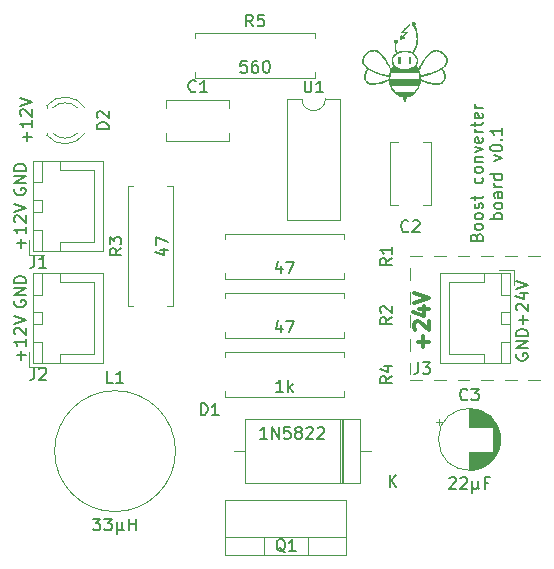
<source format=gbr>
%TF.GenerationSoftware,KiCad,Pcbnew,(5.1.7)-1*%
%TF.CreationDate,2021-05-28T08:01:54+01:00*%
%TF.ProjectId,12_24_boost_converter,31325f32-345f-4626-9f6f-73745f636f6e,rev?*%
%TF.SameCoordinates,Original*%
%TF.FileFunction,Legend,Top*%
%TF.FilePolarity,Positive*%
%FSLAX46Y46*%
G04 Gerber Fmt 4.6, Leading zero omitted, Abs format (unit mm)*
G04 Created by KiCad (PCBNEW (5.1.7)-1) date 2021-05-28 08:01:54*
%MOMM*%
%LPD*%
G01*
G04 APERTURE LIST*
%ADD10C,0.150000*%
%ADD11C,0.300000*%
%ADD12C,0.120000*%
%ADD13C,0.010000*%
G04 APERTURE END LIST*
D10*
X145103571Y-99880952D02*
X145151190Y-99738095D01*
X145198809Y-99690476D01*
X145294047Y-99642857D01*
X145436904Y-99642857D01*
X145532142Y-99690476D01*
X145579761Y-99738095D01*
X145627380Y-99833333D01*
X145627380Y-100214285D01*
X144627380Y-100214285D01*
X144627380Y-99880952D01*
X144675000Y-99785714D01*
X144722619Y-99738095D01*
X144817857Y-99690476D01*
X144913095Y-99690476D01*
X145008333Y-99738095D01*
X145055952Y-99785714D01*
X145103571Y-99880952D01*
X145103571Y-100214285D01*
X145627380Y-99071428D02*
X145579761Y-99166666D01*
X145532142Y-99214285D01*
X145436904Y-99261904D01*
X145151190Y-99261904D01*
X145055952Y-99214285D01*
X145008333Y-99166666D01*
X144960714Y-99071428D01*
X144960714Y-98928571D01*
X145008333Y-98833333D01*
X145055952Y-98785714D01*
X145151190Y-98738095D01*
X145436904Y-98738095D01*
X145532142Y-98785714D01*
X145579761Y-98833333D01*
X145627380Y-98928571D01*
X145627380Y-99071428D01*
X145627380Y-98166666D02*
X145579761Y-98261904D01*
X145532142Y-98309523D01*
X145436904Y-98357142D01*
X145151190Y-98357142D01*
X145055952Y-98309523D01*
X145008333Y-98261904D01*
X144960714Y-98166666D01*
X144960714Y-98023809D01*
X145008333Y-97928571D01*
X145055952Y-97880952D01*
X145151190Y-97833333D01*
X145436904Y-97833333D01*
X145532142Y-97880952D01*
X145579761Y-97928571D01*
X145627380Y-98023809D01*
X145627380Y-98166666D01*
X145579761Y-97452380D02*
X145627380Y-97357142D01*
X145627380Y-97166666D01*
X145579761Y-97071428D01*
X145484523Y-97023809D01*
X145436904Y-97023809D01*
X145341666Y-97071428D01*
X145294047Y-97166666D01*
X145294047Y-97309523D01*
X145246428Y-97404761D01*
X145151190Y-97452380D01*
X145103571Y-97452380D01*
X145008333Y-97404761D01*
X144960714Y-97309523D01*
X144960714Y-97166666D01*
X145008333Y-97071428D01*
X144960714Y-96738095D02*
X144960714Y-96357142D01*
X144627380Y-96595238D02*
X145484523Y-96595238D01*
X145579761Y-96547619D01*
X145627380Y-96452380D01*
X145627380Y-96357142D01*
X145579761Y-94833333D02*
X145627380Y-94928571D01*
X145627380Y-95119047D01*
X145579761Y-95214285D01*
X145532142Y-95261904D01*
X145436904Y-95309523D01*
X145151190Y-95309523D01*
X145055952Y-95261904D01*
X145008333Y-95214285D01*
X144960714Y-95119047D01*
X144960714Y-94928571D01*
X145008333Y-94833333D01*
X145627380Y-94261904D02*
X145579761Y-94357142D01*
X145532142Y-94404761D01*
X145436904Y-94452380D01*
X145151190Y-94452380D01*
X145055952Y-94404761D01*
X145008333Y-94357142D01*
X144960714Y-94261904D01*
X144960714Y-94119047D01*
X145008333Y-94023809D01*
X145055952Y-93976190D01*
X145151190Y-93928571D01*
X145436904Y-93928571D01*
X145532142Y-93976190D01*
X145579761Y-94023809D01*
X145627380Y-94119047D01*
X145627380Y-94261904D01*
X144960714Y-93500000D02*
X145627380Y-93500000D01*
X145055952Y-93500000D02*
X145008333Y-93452380D01*
X144960714Y-93357142D01*
X144960714Y-93214285D01*
X145008333Y-93119047D01*
X145103571Y-93071428D01*
X145627380Y-93071428D01*
X144960714Y-92690476D02*
X145627380Y-92452380D01*
X144960714Y-92214285D01*
X145579761Y-91452380D02*
X145627380Y-91547619D01*
X145627380Y-91738095D01*
X145579761Y-91833333D01*
X145484523Y-91880952D01*
X145103571Y-91880952D01*
X145008333Y-91833333D01*
X144960714Y-91738095D01*
X144960714Y-91547619D01*
X145008333Y-91452380D01*
X145103571Y-91404761D01*
X145198809Y-91404761D01*
X145294047Y-91880952D01*
X145627380Y-90976190D02*
X144960714Y-90976190D01*
X145151190Y-90976190D02*
X145055952Y-90928571D01*
X145008333Y-90880952D01*
X144960714Y-90785714D01*
X144960714Y-90690476D01*
X144960714Y-90500000D02*
X144960714Y-90119047D01*
X144627380Y-90357142D02*
X145484523Y-90357142D01*
X145579761Y-90309523D01*
X145627380Y-90214285D01*
X145627380Y-90119047D01*
X145579761Y-89404761D02*
X145627380Y-89500000D01*
X145627380Y-89690476D01*
X145579761Y-89785714D01*
X145484523Y-89833333D01*
X145103571Y-89833333D01*
X145008333Y-89785714D01*
X144960714Y-89690476D01*
X144960714Y-89500000D01*
X145008333Y-89404761D01*
X145103571Y-89357142D01*
X145198809Y-89357142D01*
X145294047Y-89833333D01*
X145627380Y-88928571D02*
X144960714Y-88928571D01*
X145151190Y-88928571D02*
X145055952Y-88880952D01*
X145008333Y-88833333D01*
X144960714Y-88738095D01*
X144960714Y-88642857D01*
X147277380Y-98333333D02*
X146277380Y-98333333D01*
X146658333Y-98333333D02*
X146610714Y-98238095D01*
X146610714Y-98047619D01*
X146658333Y-97952380D01*
X146705952Y-97904761D01*
X146801190Y-97857142D01*
X147086904Y-97857142D01*
X147182142Y-97904761D01*
X147229761Y-97952380D01*
X147277380Y-98047619D01*
X147277380Y-98238095D01*
X147229761Y-98333333D01*
X147277380Y-97285714D02*
X147229761Y-97380952D01*
X147182142Y-97428571D01*
X147086904Y-97476190D01*
X146801190Y-97476190D01*
X146705952Y-97428571D01*
X146658333Y-97380952D01*
X146610714Y-97285714D01*
X146610714Y-97142857D01*
X146658333Y-97047619D01*
X146705952Y-97000000D01*
X146801190Y-96952380D01*
X147086904Y-96952380D01*
X147182142Y-97000000D01*
X147229761Y-97047619D01*
X147277380Y-97142857D01*
X147277380Y-97285714D01*
X147277380Y-96095238D02*
X146753571Y-96095238D01*
X146658333Y-96142857D01*
X146610714Y-96238095D01*
X146610714Y-96428571D01*
X146658333Y-96523809D01*
X147229761Y-96095238D02*
X147277380Y-96190476D01*
X147277380Y-96428571D01*
X147229761Y-96523809D01*
X147134523Y-96571428D01*
X147039285Y-96571428D01*
X146944047Y-96523809D01*
X146896428Y-96428571D01*
X146896428Y-96190476D01*
X146848809Y-96095238D01*
X147277380Y-95619047D02*
X146610714Y-95619047D01*
X146801190Y-95619047D02*
X146705952Y-95571428D01*
X146658333Y-95523809D01*
X146610714Y-95428571D01*
X146610714Y-95333333D01*
X147277380Y-94571428D02*
X146277380Y-94571428D01*
X147229761Y-94571428D02*
X147277380Y-94666666D01*
X147277380Y-94857142D01*
X147229761Y-94952380D01*
X147182142Y-95000000D01*
X147086904Y-95047619D01*
X146801190Y-95047619D01*
X146705952Y-95000000D01*
X146658333Y-94952380D01*
X146610714Y-94857142D01*
X146610714Y-94666666D01*
X146658333Y-94571428D01*
X146610714Y-93428571D02*
X147277380Y-93190476D01*
X146610714Y-92952380D01*
X146277380Y-92380952D02*
X146277380Y-92285714D01*
X146325000Y-92190476D01*
X146372619Y-92142857D01*
X146467857Y-92095238D01*
X146658333Y-92047619D01*
X146896428Y-92047619D01*
X147086904Y-92095238D01*
X147182142Y-92142857D01*
X147229761Y-92190476D01*
X147277380Y-92285714D01*
X147277380Y-92380952D01*
X147229761Y-92476190D01*
X147182142Y-92523809D01*
X147086904Y-92571428D01*
X146896428Y-92619047D01*
X146658333Y-92619047D01*
X146467857Y-92571428D01*
X146372619Y-92523809D01*
X146325000Y-92476190D01*
X146277380Y-92380952D01*
X147182142Y-91619047D02*
X147229761Y-91571428D01*
X147277380Y-91619047D01*
X147229761Y-91666666D01*
X147182142Y-91619047D01*
X147277380Y-91619047D01*
X147277380Y-90619047D02*
X147277380Y-91190476D01*
X147277380Y-90904761D02*
X146277380Y-90904761D01*
X146420238Y-91000000D01*
X146515476Y-91095238D01*
X146563095Y-91190476D01*
X107071428Y-91761904D02*
X107071428Y-91000000D01*
X107452380Y-91380952D02*
X106690476Y-91380952D01*
X107452380Y-90000000D02*
X107452380Y-90571428D01*
X107452380Y-90285714D02*
X106452380Y-90285714D01*
X106595238Y-90380952D01*
X106690476Y-90476190D01*
X106738095Y-90571428D01*
X106547619Y-89619047D02*
X106500000Y-89571428D01*
X106452380Y-89476190D01*
X106452380Y-89238095D01*
X106500000Y-89142857D01*
X106547619Y-89095238D01*
X106642857Y-89047619D01*
X106738095Y-89047619D01*
X106880952Y-89095238D01*
X107452380Y-89666666D01*
X107452380Y-89047619D01*
X106452380Y-88761904D02*
X107452380Y-88428571D01*
X106452380Y-88095238D01*
X106571428Y-100761904D02*
X106571428Y-100000000D01*
X106952380Y-100380952D02*
X106190476Y-100380952D01*
X106952380Y-99000000D02*
X106952380Y-99571428D01*
X106952380Y-99285714D02*
X105952380Y-99285714D01*
X106095238Y-99380952D01*
X106190476Y-99476190D01*
X106238095Y-99571428D01*
X106047619Y-98619047D02*
X106000000Y-98571428D01*
X105952380Y-98476190D01*
X105952380Y-98238095D01*
X106000000Y-98142857D01*
X106047619Y-98095238D01*
X106142857Y-98047619D01*
X106238095Y-98047619D01*
X106380952Y-98095238D01*
X106952380Y-98666666D01*
X106952380Y-98047619D01*
X105952380Y-97761904D02*
X106952380Y-97428571D01*
X105952380Y-97095238D01*
X106571428Y-110261904D02*
X106571428Y-109500000D01*
X106952380Y-109880952D02*
X106190476Y-109880952D01*
X106952380Y-108500000D02*
X106952380Y-109071428D01*
X106952380Y-108785714D02*
X105952380Y-108785714D01*
X106095238Y-108880952D01*
X106190476Y-108976190D01*
X106238095Y-109071428D01*
X106047619Y-108119047D02*
X106000000Y-108071428D01*
X105952380Y-107976190D01*
X105952380Y-107738095D01*
X106000000Y-107642857D01*
X106047619Y-107595238D01*
X106142857Y-107547619D01*
X106238095Y-107547619D01*
X106380952Y-107595238D01*
X106952380Y-108166666D01*
X106952380Y-107547619D01*
X105952380Y-107261904D02*
X106952380Y-106928571D01*
X105952380Y-106595238D01*
X106000000Y-105261904D02*
X105952380Y-105357142D01*
X105952380Y-105500000D01*
X106000000Y-105642857D01*
X106095238Y-105738095D01*
X106190476Y-105785714D01*
X106380952Y-105833333D01*
X106523809Y-105833333D01*
X106714285Y-105785714D01*
X106809523Y-105738095D01*
X106904761Y-105642857D01*
X106952380Y-105500000D01*
X106952380Y-105404761D01*
X106904761Y-105261904D01*
X106857142Y-105214285D01*
X106523809Y-105214285D01*
X106523809Y-105404761D01*
X106952380Y-104785714D02*
X105952380Y-104785714D01*
X106952380Y-104214285D01*
X105952380Y-104214285D01*
X106952380Y-103738095D02*
X105952380Y-103738095D01*
X105952380Y-103500000D01*
X106000000Y-103357142D01*
X106095238Y-103261904D01*
X106190476Y-103214285D01*
X106380952Y-103166666D01*
X106523809Y-103166666D01*
X106714285Y-103214285D01*
X106809523Y-103261904D01*
X106904761Y-103357142D01*
X106952380Y-103500000D01*
X106952380Y-103738095D01*
X106000000Y-95761904D02*
X105952380Y-95857142D01*
X105952380Y-96000000D01*
X106000000Y-96142857D01*
X106095238Y-96238095D01*
X106190476Y-96285714D01*
X106380952Y-96333333D01*
X106523809Y-96333333D01*
X106714285Y-96285714D01*
X106809523Y-96238095D01*
X106904761Y-96142857D01*
X106952380Y-96000000D01*
X106952380Y-95904761D01*
X106904761Y-95761904D01*
X106857142Y-95714285D01*
X106523809Y-95714285D01*
X106523809Y-95904761D01*
X106952380Y-95285714D02*
X105952380Y-95285714D01*
X106952380Y-94714285D01*
X105952380Y-94714285D01*
X106952380Y-94238095D02*
X105952380Y-94238095D01*
X105952380Y-94000000D01*
X106000000Y-93857142D01*
X106095238Y-93761904D01*
X106190476Y-93714285D01*
X106380952Y-93666666D01*
X106523809Y-93666666D01*
X106714285Y-93714285D01*
X106809523Y-93761904D01*
X106904761Y-93857142D01*
X106952380Y-94000000D01*
X106952380Y-94238095D01*
X149071428Y-107261904D02*
X149071428Y-106500000D01*
X149452380Y-106880952D02*
X148690476Y-106880952D01*
X148547619Y-106071428D02*
X148500000Y-106023809D01*
X148452380Y-105928571D01*
X148452380Y-105690476D01*
X148500000Y-105595238D01*
X148547619Y-105547619D01*
X148642857Y-105500000D01*
X148738095Y-105500000D01*
X148880952Y-105547619D01*
X149452380Y-106119047D01*
X149452380Y-105500000D01*
X148785714Y-104642857D02*
X149452380Y-104642857D01*
X148404761Y-104880952D02*
X149119047Y-105119047D01*
X149119047Y-104500000D01*
X148452380Y-104261904D02*
X149452380Y-103928571D01*
X148452380Y-103595238D01*
X148500000Y-109761904D02*
X148452380Y-109857142D01*
X148452380Y-110000000D01*
X148500000Y-110142857D01*
X148595238Y-110238095D01*
X148690476Y-110285714D01*
X148880952Y-110333333D01*
X149023809Y-110333333D01*
X149214285Y-110285714D01*
X149309523Y-110238095D01*
X149404761Y-110142857D01*
X149452380Y-110000000D01*
X149452380Y-109904761D01*
X149404761Y-109761904D01*
X149357142Y-109714285D01*
X149023809Y-109714285D01*
X149023809Y-109904761D01*
X149452380Y-109285714D02*
X148452380Y-109285714D01*
X149452380Y-108714285D01*
X148452380Y-108714285D01*
X149452380Y-108238095D02*
X148452380Y-108238095D01*
X148452380Y-108000000D01*
X148500000Y-107857142D01*
X148595238Y-107761904D01*
X148690476Y-107714285D01*
X148880952Y-107666666D01*
X149023809Y-107666666D01*
X149214285Y-107714285D01*
X149309523Y-107761904D01*
X149404761Y-107857142D01*
X149452380Y-108000000D01*
X149452380Y-108238095D01*
D11*
X140589285Y-109202380D02*
X140589285Y-108250000D01*
X141065476Y-108726190D02*
X140113095Y-108726190D01*
X139934523Y-107714285D02*
X139875000Y-107654761D01*
X139815476Y-107535714D01*
X139815476Y-107238095D01*
X139875000Y-107119047D01*
X139934523Y-107059523D01*
X140053571Y-107000000D01*
X140172619Y-107000000D01*
X140351190Y-107059523D01*
X141065476Y-107773809D01*
X141065476Y-107000000D01*
X140232142Y-105928571D02*
X141065476Y-105928571D01*
X139755952Y-106226190D02*
X140648809Y-106523809D01*
X140648809Y-105750000D01*
X139815476Y-105452380D02*
X141065476Y-105035714D01*
X139815476Y-104619047D01*
D12*
X146500000Y-112000000D02*
X145500000Y-112000000D01*
X143500000Y-101500000D02*
X144500000Y-101500000D01*
X139500000Y-104500000D02*
X139500000Y-105500000D01*
X148500000Y-112000000D02*
X147500000Y-112000000D01*
X149500000Y-101500000D02*
X150500000Y-101500000D01*
X147500000Y-101500000D02*
X148500000Y-101500000D01*
X139500000Y-106500000D02*
X139500000Y-107500000D01*
X150500000Y-112000000D02*
X149500000Y-112000000D01*
X141500000Y-101500000D02*
X142500000Y-101500000D01*
X142500000Y-112000000D02*
X141500000Y-112000000D01*
X140500000Y-112000000D02*
X139500000Y-112000000D01*
X139500000Y-102500000D02*
X139500000Y-103500000D01*
X139500000Y-108500000D02*
X139500000Y-109500000D01*
X139500000Y-110500000D02*
X139500000Y-111500000D01*
X144500000Y-112000000D02*
X143500000Y-112000000D01*
X139500000Y-101500000D02*
X140500000Y-101500000D01*
X145500000Y-101500000D02*
X146500000Y-101500000D01*
%TO.C,L1*%
X119620000Y-118000000D02*
G75*
G03*
X119620000Y-118000000I-5120000J0D01*
G01*
D13*
%TO.C,G\u002A\u002A\u002A*%
G36*
X139508000Y-85173182D02*
G01*
X139404091Y-85173182D01*
X139404091Y-84630546D01*
X139508000Y-84630546D01*
X139508000Y-85173182D01*
G37*
X139508000Y-85173182D02*
X139404091Y-85173182D01*
X139404091Y-84630546D01*
X139508000Y-84630546D01*
X139508000Y-85173182D01*
G36*
X138584364Y-85173182D02*
G01*
X138480454Y-85173182D01*
X138480454Y-84630546D01*
X138584364Y-84630546D01*
X138584364Y-85173182D01*
G37*
X138584364Y-85173182D02*
X138480454Y-85173182D01*
X138480454Y-84630546D01*
X138584364Y-84630546D01*
X138584364Y-85173182D01*
G36*
X139373099Y-81877467D02*
G01*
X139369224Y-81890801D01*
X139354184Y-81913243D01*
X139327016Y-81945969D01*
X139286760Y-81990152D01*
X139232455Y-82046967D01*
X139163140Y-82117587D01*
X139096827Y-82184219D01*
X138809673Y-82471546D01*
X139008746Y-82471546D01*
X139081153Y-82471724D01*
X139133629Y-82472470D01*
X139169333Y-82474105D01*
X139191424Y-82476946D01*
X139203059Y-82481312D01*
X139207397Y-82487523D01*
X139207818Y-82491650D01*
X139199922Y-82504665D01*
X139177598Y-82531642D01*
X139142890Y-82570362D01*
X139097844Y-82618607D01*
X139044505Y-82674157D01*
X138984919Y-82734794D01*
X138968353Y-82751422D01*
X138892325Y-82828149D01*
X138832869Y-82889584D01*
X138789620Y-82936131D01*
X138762213Y-82968191D01*
X138750284Y-82986170D01*
X138751876Y-82990686D01*
X138775058Y-82988110D01*
X138811968Y-82981832D01*
X138846830Y-82974839D01*
X138887484Y-82966987D01*
X138911876Y-82965268D01*
X138926026Y-82969746D01*
X138932354Y-82975734D01*
X138939429Y-82988130D01*
X138936195Y-82998687D01*
X138920071Y-83008553D01*
X138888477Y-83018878D01*
X138838834Y-83030808D01*
X138781542Y-83042861D01*
X138718772Y-83055603D01*
X138674977Y-83064184D01*
X138646501Y-83069030D01*
X138629687Y-83070567D01*
X138620881Y-83069221D01*
X138616426Y-83065417D01*
X138614442Y-83062329D01*
X138613505Y-83046061D01*
X138617598Y-83013162D01*
X138625537Y-82968818D01*
X138636134Y-82918211D01*
X138648206Y-82866526D01*
X138660564Y-82818946D01*
X138672025Y-82780655D01*
X138681401Y-82756836D01*
X138685510Y-82751657D01*
X138704899Y-82750054D01*
X138714545Y-82765014D01*
X138714774Y-82798134D01*
X138705913Y-82851014D01*
X138705861Y-82851262D01*
X138697327Y-82892815D01*
X138691076Y-82925129D01*
X138688313Y-82941940D01*
X138688273Y-82942658D01*
X138696049Y-82936997D01*
X138717942Y-82917022D01*
X138751798Y-82884804D01*
X138795461Y-82842414D01*
X138846779Y-82791923D01*
X138896249Y-82742744D01*
X139104224Y-82535046D01*
X138916592Y-82529273D01*
X138845020Y-82526743D01*
X138793450Y-82523983D01*
X138758794Y-82520617D01*
X138737962Y-82516270D01*
X138727866Y-82510564D01*
X138725608Y-82506000D01*
X138732793Y-82494540D01*
X138754341Y-82469165D01*
X138788077Y-82432073D01*
X138831826Y-82385462D01*
X138883415Y-82331533D01*
X138940667Y-82272484D01*
X139001408Y-82210514D01*
X139063464Y-82147823D01*
X139124660Y-82086608D01*
X139182820Y-82029070D01*
X139235771Y-81977407D01*
X139281337Y-81933819D01*
X139317345Y-81900504D01*
X139341618Y-81879661D01*
X139351193Y-81873429D01*
X139366768Y-81872068D01*
X139373099Y-81877467D01*
G37*
X139373099Y-81877467D02*
X139369224Y-81890801D01*
X139354184Y-81913243D01*
X139327016Y-81945969D01*
X139286760Y-81990152D01*
X139232455Y-82046967D01*
X139163140Y-82117587D01*
X139096827Y-82184219D01*
X138809673Y-82471546D01*
X139008746Y-82471546D01*
X139081153Y-82471724D01*
X139133629Y-82472470D01*
X139169333Y-82474105D01*
X139191424Y-82476946D01*
X139203059Y-82481312D01*
X139207397Y-82487523D01*
X139207818Y-82491650D01*
X139199922Y-82504665D01*
X139177598Y-82531642D01*
X139142890Y-82570362D01*
X139097844Y-82618607D01*
X139044505Y-82674157D01*
X138984919Y-82734794D01*
X138968353Y-82751422D01*
X138892325Y-82828149D01*
X138832869Y-82889584D01*
X138789620Y-82936131D01*
X138762213Y-82968191D01*
X138750284Y-82986170D01*
X138751876Y-82990686D01*
X138775058Y-82988110D01*
X138811968Y-82981832D01*
X138846830Y-82974839D01*
X138887484Y-82966987D01*
X138911876Y-82965268D01*
X138926026Y-82969746D01*
X138932354Y-82975734D01*
X138939429Y-82988130D01*
X138936195Y-82998687D01*
X138920071Y-83008553D01*
X138888477Y-83018878D01*
X138838834Y-83030808D01*
X138781542Y-83042861D01*
X138718772Y-83055603D01*
X138674977Y-83064184D01*
X138646501Y-83069030D01*
X138629687Y-83070567D01*
X138620881Y-83069221D01*
X138616426Y-83065417D01*
X138614442Y-83062329D01*
X138613505Y-83046061D01*
X138617598Y-83013162D01*
X138625537Y-82968818D01*
X138636134Y-82918211D01*
X138648206Y-82866526D01*
X138660564Y-82818946D01*
X138672025Y-82780655D01*
X138681401Y-82756836D01*
X138685510Y-82751657D01*
X138704899Y-82750054D01*
X138714545Y-82765014D01*
X138714774Y-82798134D01*
X138705913Y-82851014D01*
X138705861Y-82851262D01*
X138697327Y-82892815D01*
X138691076Y-82925129D01*
X138688313Y-82941940D01*
X138688273Y-82942658D01*
X138696049Y-82936997D01*
X138717942Y-82917022D01*
X138751798Y-82884804D01*
X138795461Y-82842414D01*
X138846779Y-82791923D01*
X138896249Y-82742744D01*
X139104224Y-82535046D01*
X138916592Y-82529273D01*
X138845020Y-82526743D01*
X138793450Y-82523983D01*
X138758794Y-82520617D01*
X138737962Y-82516270D01*
X138727866Y-82510564D01*
X138725608Y-82506000D01*
X138732793Y-82494540D01*
X138754341Y-82469165D01*
X138788077Y-82432073D01*
X138831826Y-82385462D01*
X138883415Y-82331533D01*
X138940667Y-82272484D01*
X139001408Y-82210514D01*
X139063464Y-82147823D01*
X139124660Y-82086608D01*
X139182820Y-82029070D01*
X139235771Y-81977407D01*
X139281337Y-81933819D01*
X139317345Y-81900504D01*
X139341618Y-81879661D01*
X139351193Y-81873429D01*
X139366768Y-81872068D01*
X139373099Y-81877467D01*
G36*
X139781124Y-81661728D02*
G01*
X139820066Y-81687377D01*
X139850866Y-81722650D01*
X139862381Y-81746443D01*
X139869381Y-81796169D01*
X139860040Y-81844164D01*
X139836291Y-81882547D01*
X139826963Y-81890772D01*
X139800557Y-81910690D01*
X139860848Y-82038141D01*
X139942059Y-82234093D01*
X140003933Y-82438313D01*
X140046800Y-82652394D01*
X140070993Y-82877926D01*
X140077124Y-83077682D01*
X140073712Y-83224672D01*
X140063437Y-83354827D01*
X140045563Y-83473574D01*
X140019354Y-83586342D01*
X139998815Y-83654955D01*
X139968368Y-83736987D01*
X139926952Y-83830997D01*
X139877686Y-83930665D01*
X139823684Y-84029672D01*
X139770857Y-84117323D01*
X139741321Y-84163729D01*
X139716056Y-84203479D01*
X139697810Y-84232246D01*
X139689434Y-84245534D01*
X139694321Y-84257729D01*
X139714538Y-84277895D01*
X139745386Y-84301472D01*
X139810309Y-84352845D01*
X139876016Y-84416479D01*
X139937047Y-84486221D01*
X139987937Y-84555915D01*
X140018545Y-84609279D01*
X140053095Y-84689128D01*
X140074433Y-84761905D01*
X140084874Y-84837629D01*
X140086945Y-84905066D01*
X140076086Y-85020467D01*
X140045188Y-85132328D01*
X139995987Y-85235343D01*
X139962750Y-85284984D01*
X139935175Y-85321741D01*
X139996225Y-85402894D01*
X140032255Y-85454242D01*
X140070613Y-85514339D01*
X140103634Y-85571117D01*
X140106810Y-85577014D01*
X140156345Y-85669982D01*
X140269255Y-85441786D01*
X140379742Y-85226784D01*
X140488243Y-85032834D01*
X140595982Y-84858121D01*
X140704185Y-84700830D01*
X140814075Y-84559147D01*
X140926878Y-84431257D01*
X141004467Y-84352605D01*
X141128950Y-84241502D01*
X141250200Y-84152962D01*
X141369160Y-84086836D01*
X141486770Y-84042977D01*
X141603972Y-84021236D01*
X141721707Y-84021466D01*
X141840917Y-84043519D01*
X141962542Y-84087246D01*
X142087524Y-84152499D01*
X142125835Y-84176265D01*
X142238046Y-84258565D01*
X142336093Y-84351205D01*
X142419199Y-84452068D01*
X142486591Y-84559035D01*
X142537492Y-84669990D01*
X142571127Y-84782815D01*
X142586721Y-84895393D01*
X142583499Y-85005605D01*
X142560685Y-85111335D01*
X142517504Y-85210464D01*
X142509522Y-85224138D01*
X142467783Y-85282863D01*
X142410567Y-85348425D01*
X142342435Y-85416194D01*
X142267951Y-85481537D01*
X142215409Y-85522663D01*
X142176019Y-85551978D01*
X142144162Y-85575822D01*
X142123999Y-85591072D01*
X142119139Y-85594895D01*
X142125036Y-85603996D01*
X142144107Y-85625315D01*
X142172877Y-85655066D01*
X142189509Y-85671619D01*
X142257910Y-85753170D01*
X142316458Y-85851565D01*
X142363304Y-85961991D01*
X142396598Y-86079634D01*
X142414493Y-86199678D01*
X142417102Y-86264228D01*
X142408130Y-86381577D01*
X142382350Y-86492330D01*
X142341250Y-86593721D01*
X142286317Y-86682986D01*
X142219038Y-86757360D01*
X142140903Y-86814077D01*
X142113719Y-86828107D01*
X142009087Y-86865839D01*
X141886866Y-86889603D01*
X141747784Y-86899491D01*
X141592566Y-86895596D01*
X141421940Y-86878011D01*
X141236633Y-86846829D01*
X141037372Y-86802142D01*
X140824883Y-86744044D01*
X140599893Y-86672626D01*
X140430663Y-86613046D01*
X140320008Y-86572564D01*
X140295866Y-86718578D01*
X140253030Y-86913354D01*
X140190764Y-87095947D01*
X140108640Y-87267293D01*
X140006231Y-87428329D01*
X139923258Y-87534228D01*
X139814822Y-87647279D01*
X139693857Y-87746765D01*
X139563822Y-87830581D01*
X139428175Y-87896622D01*
X139290374Y-87942784D01*
X139229531Y-87956334D01*
X139189546Y-87963931D01*
X139158226Y-87970106D01*
X139143514Y-87973255D01*
X139135688Y-87984969D01*
X139123584Y-88014497D01*
X139108873Y-88057339D01*
X139093667Y-88107452D01*
X139076809Y-88166365D01*
X139060376Y-88223781D01*
X139046500Y-88272257D01*
X139038811Y-88299114D01*
X139025628Y-88336932D01*
X139012258Y-88355729D01*
X139000000Y-88359728D01*
X138984712Y-88353083D01*
X138971596Y-88330514D01*
X138961189Y-88299114D01*
X138950794Y-88262807D01*
X138936178Y-88211743D01*
X138919471Y-88153364D01*
X138906333Y-88107452D01*
X138890689Y-88055982D01*
X138876029Y-88013455D01*
X138864023Y-87984371D01*
X138856485Y-87973255D01*
X138839344Y-87969615D01*
X138806870Y-87963240D01*
X138770469Y-87956334D01*
X138632814Y-87919651D01*
X138495781Y-87862154D01*
X138362825Y-87785947D01*
X138237404Y-87693133D01*
X138122974Y-87585815D01*
X138076731Y-87534228D01*
X137960970Y-87380330D01*
X137864743Y-87214564D01*
X137787917Y-87036622D01*
X137780414Y-87011796D01*
X137834015Y-87011796D01*
X137839372Y-87030696D01*
X137853819Y-87065300D01*
X137875126Y-87111187D01*
X137901067Y-87163934D01*
X137929412Y-87219118D01*
X137957934Y-87272316D01*
X137984405Y-87319106D01*
X138006597Y-87355066D01*
X138008015Y-87357185D01*
X138041421Y-87404438D01*
X138079128Y-87454363D01*
X138108646Y-87490932D01*
X138159987Y-87551546D01*
X139841033Y-87551546D01*
X139892441Y-87490932D01*
X139938430Y-87432196D01*
X139986502Y-87362985D01*
X140033888Y-87288071D01*
X140077819Y-87212231D01*
X140115523Y-87140238D01*
X140144233Y-87076867D01*
X140160841Y-87028255D01*
X140168594Y-86997364D01*
X139001251Y-86997364D01*
X138804356Y-86997416D01*
X138629430Y-86997583D01*
X138475352Y-86997878D01*
X138341000Y-86998316D01*
X138225254Y-86998909D01*
X138126991Y-86999671D01*
X138045090Y-87000618D01*
X137978430Y-87001762D01*
X137925889Y-87003117D01*
X137886347Y-87004698D01*
X137858681Y-87006517D01*
X137841771Y-87008590D01*
X137834494Y-87010930D01*
X137834015Y-87011796D01*
X137780414Y-87011796D01*
X137730360Y-86846195D01*
X137691941Y-86642973D01*
X137689637Y-86625739D01*
X137682618Y-86571614D01*
X137570650Y-86612882D01*
X137370135Y-86683029D01*
X137174241Y-86744185D01*
X136985000Y-86795944D01*
X136804445Y-86837898D01*
X136634607Y-86869639D01*
X136477521Y-86890760D01*
X136335217Y-86900853D01*
X136209729Y-86899511D01*
X136161686Y-86895344D01*
X136037910Y-86875638D01*
X135933391Y-86846125D01*
X135845897Y-86805450D01*
X135773197Y-86752259D01*
X135713059Y-86685198D01*
X135663253Y-86602914D01*
X135656254Y-86588582D01*
X135614305Y-86481123D01*
X135591058Y-86372110D01*
X135588525Y-86320836D01*
X135642626Y-86320836D01*
X135650949Y-86403928D01*
X135669686Y-86480954D01*
X135700217Y-86559775D01*
X135703636Y-86567326D01*
X135743730Y-86634464D01*
X135798466Y-86697768D01*
X135861279Y-86750591D01*
X135915738Y-86782114D01*
X136006610Y-86813382D01*
X136115022Y-86834294D01*
X136237756Y-86844603D01*
X136371592Y-86844064D01*
X136513309Y-86832430D01*
X136536022Y-86829585D01*
X136747840Y-86794568D01*
X136973675Y-86743379D01*
X137211572Y-86676523D01*
X137459575Y-86594501D01*
X137489038Y-86583982D01*
X137674809Y-86517150D01*
X137679079Y-86390773D01*
X137730000Y-86390773D01*
X137730000Y-86454728D01*
X140273528Y-86454728D01*
X140266408Y-86330287D01*
X140260547Y-86263060D01*
X140316252Y-86263060D01*
X140321954Y-86512174D01*
X140368136Y-86530811D01*
X140439484Y-86558222D01*
X140526724Y-86589564D01*
X140623473Y-86622685D01*
X140723350Y-86655429D01*
X140819972Y-86685644D01*
X140878735Y-86703118D01*
X141093291Y-86760255D01*
X141292609Y-86802908D01*
X141476182Y-86831017D01*
X141643500Y-86844517D01*
X141794056Y-86843349D01*
X141916290Y-86829447D01*
X142012927Y-86807479D01*
X142091872Y-86777436D01*
X142157765Y-86737114D01*
X142209942Y-86690006D01*
X142274118Y-86607281D01*
X142319819Y-86513726D01*
X142347495Y-86407928D01*
X142357597Y-86288470D01*
X142356526Y-86229811D01*
X142340665Y-86088035D01*
X142306955Y-85960390D01*
X142255506Y-85847166D01*
X142186427Y-85748656D01*
X142170098Y-85730306D01*
X142127268Y-85685713D01*
X142094795Y-85657447D01*
X142068600Y-85643813D01*
X142044605Y-85643112D01*
X142018734Y-85653650D01*
X142005226Y-85661713D01*
X141958944Y-85688662D01*
X141895930Y-85722084D01*
X141820825Y-85759719D01*
X141738272Y-85799303D01*
X141652912Y-85838574D01*
X141569387Y-85875271D01*
X141550619Y-85883239D01*
X141457139Y-85920633D01*
X141346529Y-85961571D01*
X141223166Y-86004679D01*
X141091430Y-86048584D01*
X140955698Y-86091912D01*
X140820349Y-86133289D01*
X140689763Y-86171341D01*
X140568317Y-86204694D01*
X140460390Y-86231975D01*
X140385859Y-86248683D01*
X140316252Y-86263060D01*
X140260547Y-86263060D01*
X140259747Y-86253895D01*
X140248535Y-86167625D01*
X140234147Y-86079964D01*
X140217961Y-85999400D01*
X140203276Y-85940955D01*
X140193293Y-85906319D01*
X137805696Y-85906319D01*
X137779732Y-86010228D01*
X137760890Y-86098477D01*
X137745499Y-86195531D01*
X137734820Y-86291740D01*
X137730115Y-86377451D01*
X137730000Y-86390773D01*
X137679079Y-86390773D01*
X137683355Y-86264228D01*
X137565246Y-86236895D01*
X137498203Y-86220410D01*
X137414263Y-86198273D01*
X137318492Y-86171947D01*
X137215960Y-86142901D01*
X137111733Y-86112598D01*
X137010881Y-86082507D01*
X136918470Y-86054092D01*
X136839569Y-86028820D01*
X136800591Y-86015696D01*
X136676818Y-85971175D01*
X136551015Y-85922730D01*
X136427016Y-85872035D01*
X136308655Y-85820767D01*
X136199765Y-85770601D01*
X136104180Y-85723212D01*
X136025735Y-85680275D01*
X136006185Y-85668554D01*
X135972853Y-85649909D01*
X135946470Y-85642358D01*
X135921874Y-85647357D01*
X135893904Y-85666363D01*
X135857397Y-85700832D01*
X135844130Y-85714282D01*
X135767283Y-85809128D01*
X135708642Y-85918026D01*
X135668325Y-86040673D01*
X135646453Y-86176766D01*
X135643336Y-86223819D01*
X135642626Y-86320836D01*
X135588525Y-86320836D01*
X135585266Y-86254894D01*
X135586693Y-86218046D01*
X135603868Y-86080679D01*
X135638812Y-85952052D01*
X135690427Y-85834840D01*
X135757615Y-85731716D01*
X135811015Y-85671619D01*
X135843100Y-85639059D01*
X135867208Y-85613101D01*
X135879873Y-85597552D01*
X135880861Y-85594895D01*
X135870500Y-85586909D01*
X135845711Y-85568322D01*
X135810646Y-85542238D01*
X135783911Y-85522438D01*
X135707269Y-85461203D01*
X135633882Y-85394100D01*
X135568395Y-85325854D01*
X135515453Y-85261184D01*
X135490478Y-85224148D01*
X135443731Y-85125261D01*
X135417706Y-85019820D01*
X135412710Y-84928698D01*
X135468525Y-84928698D01*
X135469169Y-84960394D01*
X135472559Y-85015291D01*
X135478635Y-85056568D01*
X135489764Y-85093692D01*
X135508315Y-85136134D01*
X135518186Y-85156403D01*
X135574973Y-85248295D01*
X135654171Y-85340169D01*
X135755105Y-85431635D01*
X135877099Y-85522299D01*
X136019476Y-85611771D01*
X136181560Y-85699659D01*
X136362676Y-85785571D01*
X136562148Y-85869116D01*
X136779298Y-85949901D01*
X137013452Y-86027535D01*
X137031500Y-86033164D01*
X137100348Y-86053987D01*
X137176581Y-86076095D01*
X137257097Y-86098684D01*
X137338796Y-86120951D01*
X137418579Y-86142094D01*
X137493343Y-86161309D01*
X137559989Y-86177795D01*
X137615416Y-86190747D01*
X137656524Y-86199364D01*
X137680212Y-86202841D01*
X137684669Y-86202301D01*
X137689475Y-86188430D01*
X137696977Y-86157156D01*
X137705952Y-86113834D01*
X137711356Y-86085273D01*
X137724462Y-86023924D01*
X137742534Y-85952675D01*
X137762502Y-85883276D01*
X137771256Y-85855882D01*
X137811093Y-85736173D01*
X137809078Y-85731736D01*
X140187715Y-85731736D01*
X140224028Y-85841244D01*
X140244940Y-85908541D01*
X140264527Y-85979266D01*
X140281511Y-86048020D01*
X140294618Y-86109401D01*
X140302571Y-86158011D01*
X140304386Y-86181301D01*
X140307638Y-86204155D01*
X140319280Y-86209081D01*
X140324841Y-86207791D01*
X140342821Y-86202968D01*
X140378686Y-86193763D01*
X140427904Y-86181327D01*
X140485942Y-86166807D01*
X140512454Y-86160216D01*
X140763100Y-86094106D01*
X141000962Y-86023487D01*
X141225116Y-85948828D01*
X141434641Y-85870599D01*
X141628614Y-85789271D01*
X141806113Y-85705311D01*
X141966216Y-85619190D01*
X142108001Y-85531377D01*
X142230545Y-85442341D01*
X142332927Y-85352553D01*
X142414223Y-85262482D01*
X142473511Y-85172596D01*
X142480994Y-85158060D01*
X142502829Y-85111304D01*
X142516532Y-85072763D01*
X142524475Y-85033013D01*
X142529027Y-84982632D01*
X142530161Y-84962596D01*
X142525184Y-84839396D01*
X142497675Y-84718093D01*
X142448182Y-84599913D01*
X142377254Y-84486079D01*
X142285439Y-84377816D01*
X142254250Y-84346936D01*
X142145360Y-84255110D01*
X142031263Y-84181317D01*
X141914113Y-84126285D01*
X141796064Y-84090743D01*
X141679268Y-84075421D01*
X141565881Y-84081048D01*
X141505364Y-84093438D01*
X141393310Y-84134032D01*
X141278736Y-84196846D01*
X141162206Y-84281216D01*
X141044283Y-84386476D01*
X140925533Y-84511964D01*
X140806520Y-84657014D01*
X140687807Y-84820963D01*
X140569960Y-85003146D01*
X140453542Y-85202899D01*
X140339118Y-85419558D01*
X140284575Y-85530391D01*
X140187715Y-85731736D01*
X137809078Y-85731736D01*
X137757951Y-85619200D01*
X137655032Y-85403905D01*
X137547824Y-85201117D01*
X137437149Y-85011828D01*
X137323828Y-84837030D01*
X137208682Y-84677714D01*
X137092532Y-84534873D01*
X136976200Y-84409498D01*
X136860506Y-84302582D01*
X136746273Y-84215115D01*
X136634320Y-84148091D01*
X136525470Y-84102500D01*
X136494636Y-84093438D01*
X136384062Y-84075901D01*
X136268887Y-84079716D01*
X136151266Y-84104154D01*
X136033352Y-84148486D01*
X135917299Y-84211983D01*
X135805260Y-84293916D01*
X135745750Y-84346936D01*
X135647717Y-84453518D01*
X135570432Y-84566197D01*
X135514441Y-84683761D01*
X135480290Y-84804999D01*
X135468525Y-84928698D01*
X135412710Y-84928698D01*
X135411675Y-84909826D01*
X135424909Y-84797277D01*
X135456681Y-84684172D01*
X135506264Y-84572512D01*
X135572929Y-84464294D01*
X135655948Y-84361519D01*
X135754595Y-84266185D01*
X135868142Y-84180291D01*
X135871182Y-84178271D01*
X135996469Y-84105441D01*
X136119546Y-84054719D01*
X136241019Y-84026203D01*
X136361491Y-84019991D01*
X136481568Y-84036180D01*
X136601854Y-84074869D01*
X136722954Y-84136155D01*
X136845472Y-84220138D01*
X136970013Y-84326913D01*
X137006715Y-84362274D01*
X137123336Y-84485504D01*
X137236410Y-84621933D01*
X137347122Y-84773333D01*
X137456661Y-84941473D01*
X137566214Y-85128125D01*
X137676968Y-85335058D01*
X137730855Y-85442009D01*
X137843875Y-85670426D01*
X137890709Y-85580554D01*
X137921505Y-85526225D01*
X137959413Y-85466059D01*
X137996845Y-85412031D01*
X138001184Y-85406212D01*
X138064825Y-85321741D01*
X138037249Y-85284984D01*
X137978967Y-85188878D01*
X137938062Y-85081090D01*
X137916267Y-84966923D01*
X137913055Y-84905066D01*
X137913459Y-84895419D01*
X137964040Y-84895419D01*
X137973846Y-85004092D01*
X138004554Y-85109498D01*
X138055071Y-85210166D01*
X138124304Y-85304621D01*
X138211160Y-85391391D01*
X138314544Y-85469002D01*
X138433365Y-85535983D01*
X138566528Y-85590859D01*
X138576997Y-85594423D01*
X138656852Y-85618909D01*
X138731998Y-85636303D01*
X138808715Y-85647415D01*
X138893290Y-85653053D01*
X138992003Y-85654028D01*
X139034636Y-85653341D01*
X139112848Y-85651127D01*
X139174050Y-85647841D01*
X139224321Y-85642791D01*
X139269739Y-85635286D01*
X139316383Y-85624634D01*
X139339248Y-85618667D01*
X139480280Y-85572409D01*
X139607990Y-85513494D01*
X139721255Y-85443288D01*
X139818952Y-85363159D01*
X139899960Y-85274475D01*
X139963155Y-85178601D01*
X140007416Y-85076906D01*
X140031619Y-84970757D01*
X140034643Y-84861520D01*
X140023770Y-84784954D01*
X139988557Y-84673780D01*
X139932382Y-84569313D01*
X139856726Y-84472836D01*
X139763074Y-84385635D01*
X139652907Y-84308997D01*
X139527709Y-84244206D01*
X139388962Y-84192548D01*
X139317435Y-84172657D01*
X139265651Y-84160373D01*
X139220998Y-84151717D01*
X139177290Y-84146071D01*
X139128345Y-84142820D01*
X139067978Y-84141348D01*
X139000000Y-84141035D01*
X138924172Y-84141454D01*
X138865222Y-84143121D01*
X138816945Y-84146649D01*
X138773138Y-84152654D01*
X138727596Y-84161749D01*
X138682500Y-84172464D01*
X138537806Y-84217080D01*
X138405922Y-84275533D01*
X138288332Y-84346534D01*
X138186518Y-84428798D01*
X138101965Y-84521038D01*
X138036156Y-84621968D01*
X137990574Y-84730302D01*
X137976230Y-84784954D01*
X137964040Y-84895419D01*
X137913459Y-84895419D01*
X137916615Y-84820109D01*
X137929268Y-84745900D01*
X137953329Y-84672422D01*
X137981455Y-84609279D01*
X138019793Y-84544292D01*
X138072801Y-84474153D01*
X138135018Y-84405016D01*
X138200982Y-84343036D01*
X138254621Y-84301468D01*
X138318123Y-84257732D01*
X138288693Y-84210343D01*
X138224618Y-84087960D01*
X138184192Y-83972455D01*
X138172388Y-83909787D01*
X138165198Y-83831715D01*
X138162617Y-83745462D01*
X138164642Y-83658249D01*
X138171267Y-83577298D01*
X138182490Y-83509829D01*
X138184453Y-83501771D01*
X138205952Y-83417860D01*
X138176192Y-83394450D01*
X138144897Y-83356554D01*
X138131127Y-83310078D01*
X138132270Y-83293355D01*
X138180273Y-83293355D01*
X138189793Y-83320115D01*
X138213029Y-83347132D01*
X138241995Y-83366780D01*
X138262708Y-83372091D01*
X138289388Y-83364409D01*
X138315188Y-83346988D01*
X138336956Y-83313487D01*
X138340001Y-83277009D01*
X138326694Y-83243629D01*
X138299404Y-83219423D01*
X138261929Y-83210455D01*
X138228815Y-83220588D01*
X138199759Y-83245871D01*
X138182319Y-83278631D01*
X138180273Y-83293355D01*
X138132270Y-83293355D01*
X138134482Y-83260995D01*
X138154561Y-83215281D01*
X138190639Y-83179127D01*
X138235769Y-83157224D01*
X138280150Y-83155593D01*
X138324840Y-83170938D01*
X138360827Y-83199189D01*
X138387568Y-83241053D01*
X138399436Y-83287339D01*
X138399593Y-83293018D01*
X138389292Y-83335048D01*
X138362265Y-83375474D01*
X138324138Y-83406889D01*
X138306671Y-83415417D01*
X138278105Y-83429314D01*
X138260289Y-83447830D01*
X138246674Y-83478772D01*
X138242249Y-83492216D01*
X138230692Y-83544140D01*
X138222568Y-83612171D01*
X138218052Y-83689554D01*
X138217322Y-83769535D01*
X138220553Y-83845360D01*
X138227923Y-83910275D01*
X138230896Y-83926273D01*
X138242704Y-83969706D01*
X138260960Y-84021690D01*
X138283226Y-84076706D01*
X138307064Y-84129238D01*
X138330036Y-84173769D01*
X138349702Y-84204781D01*
X138358025Y-84213911D01*
X138376069Y-84215922D01*
X138412586Y-84206792D01*
X138468325Y-84186330D01*
X138471124Y-84185209D01*
X138643658Y-84128002D01*
X138818957Y-84093434D01*
X138995575Y-84081505D01*
X139172062Y-84092214D01*
X139346972Y-84125560D01*
X139518857Y-84181543D01*
X139529286Y-84185721D01*
X139629227Y-84226196D01*
X139652693Y-84197536D01*
X139675511Y-84166002D01*
X139706046Y-84118665D01*
X139741548Y-84060305D01*
X139779269Y-83995701D01*
X139816461Y-83929633D01*
X139850376Y-83866882D01*
X139878263Y-83812228D01*
X139894974Y-83776182D01*
X139952283Y-83615435D01*
X139993139Y-83441550D01*
X140017692Y-83257437D01*
X140026091Y-83066006D01*
X140018488Y-82870166D01*
X139995032Y-82672826D01*
X139955874Y-82476897D01*
X139901163Y-82285288D01*
X139831050Y-82100908D01*
X139805599Y-82044364D01*
X139782039Y-81994997D01*
X139764405Y-81962296D01*
X139749165Y-81941861D01*
X139732786Y-81929291D01*
X139711739Y-81920188D01*
X139703660Y-81917364D01*
X139659252Y-81893175D01*
X139624129Y-81857209D01*
X139603562Y-81815794D01*
X139600364Y-81793288D01*
X139604074Y-81775694D01*
X139659665Y-81775694D01*
X139662521Y-81811046D01*
X139683492Y-81842990D01*
X139688511Y-81847253D01*
X139725237Y-81867768D01*
X139758193Y-81866362D01*
X139791365Y-81842866D01*
X139791388Y-81842843D01*
X139814899Y-81809669D01*
X139816319Y-81776715D01*
X139795819Y-81739993D01*
X139795798Y-81739966D01*
X139763930Y-81714496D01*
X139738071Y-81709546D01*
X139699613Y-81718908D01*
X139672753Y-81742969D01*
X139659665Y-81775694D01*
X139604074Y-81775694D01*
X139611034Y-81742695D01*
X139639695Y-81698985D01*
X139681320Y-81667184D01*
X139730884Y-81652318D01*
X139741833Y-81651819D01*
X139781124Y-81661728D01*
G37*
X139781124Y-81661728D02*
X139820066Y-81687377D01*
X139850866Y-81722650D01*
X139862381Y-81746443D01*
X139869381Y-81796169D01*
X139860040Y-81844164D01*
X139836291Y-81882547D01*
X139826963Y-81890772D01*
X139800557Y-81910690D01*
X139860848Y-82038141D01*
X139942059Y-82234093D01*
X140003933Y-82438313D01*
X140046800Y-82652394D01*
X140070993Y-82877926D01*
X140077124Y-83077682D01*
X140073712Y-83224672D01*
X140063437Y-83354827D01*
X140045563Y-83473574D01*
X140019354Y-83586342D01*
X139998815Y-83654955D01*
X139968368Y-83736987D01*
X139926952Y-83830997D01*
X139877686Y-83930665D01*
X139823684Y-84029672D01*
X139770857Y-84117323D01*
X139741321Y-84163729D01*
X139716056Y-84203479D01*
X139697810Y-84232246D01*
X139689434Y-84245534D01*
X139694321Y-84257729D01*
X139714538Y-84277895D01*
X139745386Y-84301472D01*
X139810309Y-84352845D01*
X139876016Y-84416479D01*
X139937047Y-84486221D01*
X139987937Y-84555915D01*
X140018545Y-84609279D01*
X140053095Y-84689128D01*
X140074433Y-84761905D01*
X140084874Y-84837629D01*
X140086945Y-84905066D01*
X140076086Y-85020467D01*
X140045188Y-85132328D01*
X139995987Y-85235343D01*
X139962750Y-85284984D01*
X139935175Y-85321741D01*
X139996225Y-85402894D01*
X140032255Y-85454242D01*
X140070613Y-85514339D01*
X140103634Y-85571117D01*
X140106810Y-85577014D01*
X140156345Y-85669982D01*
X140269255Y-85441786D01*
X140379742Y-85226784D01*
X140488243Y-85032834D01*
X140595982Y-84858121D01*
X140704185Y-84700830D01*
X140814075Y-84559147D01*
X140926878Y-84431257D01*
X141004467Y-84352605D01*
X141128950Y-84241502D01*
X141250200Y-84152962D01*
X141369160Y-84086836D01*
X141486770Y-84042977D01*
X141603972Y-84021236D01*
X141721707Y-84021466D01*
X141840917Y-84043519D01*
X141962542Y-84087246D01*
X142087524Y-84152499D01*
X142125835Y-84176265D01*
X142238046Y-84258565D01*
X142336093Y-84351205D01*
X142419199Y-84452068D01*
X142486591Y-84559035D01*
X142537492Y-84669990D01*
X142571127Y-84782815D01*
X142586721Y-84895393D01*
X142583499Y-85005605D01*
X142560685Y-85111335D01*
X142517504Y-85210464D01*
X142509522Y-85224138D01*
X142467783Y-85282863D01*
X142410567Y-85348425D01*
X142342435Y-85416194D01*
X142267951Y-85481537D01*
X142215409Y-85522663D01*
X142176019Y-85551978D01*
X142144162Y-85575822D01*
X142123999Y-85591072D01*
X142119139Y-85594895D01*
X142125036Y-85603996D01*
X142144107Y-85625315D01*
X142172877Y-85655066D01*
X142189509Y-85671619D01*
X142257910Y-85753170D01*
X142316458Y-85851565D01*
X142363304Y-85961991D01*
X142396598Y-86079634D01*
X142414493Y-86199678D01*
X142417102Y-86264228D01*
X142408130Y-86381577D01*
X142382350Y-86492330D01*
X142341250Y-86593721D01*
X142286317Y-86682986D01*
X142219038Y-86757360D01*
X142140903Y-86814077D01*
X142113719Y-86828107D01*
X142009087Y-86865839D01*
X141886866Y-86889603D01*
X141747784Y-86899491D01*
X141592566Y-86895596D01*
X141421940Y-86878011D01*
X141236633Y-86846829D01*
X141037372Y-86802142D01*
X140824883Y-86744044D01*
X140599893Y-86672626D01*
X140430663Y-86613046D01*
X140320008Y-86572564D01*
X140295866Y-86718578D01*
X140253030Y-86913354D01*
X140190764Y-87095947D01*
X140108640Y-87267293D01*
X140006231Y-87428329D01*
X139923258Y-87534228D01*
X139814822Y-87647279D01*
X139693857Y-87746765D01*
X139563822Y-87830581D01*
X139428175Y-87896622D01*
X139290374Y-87942784D01*
X139229531Y-87956334D01*
X139189546Y-87963931D01*
X139158226Y-87970106D01*
X139143514Y-87973255D01*
X139135688Y-87984969D01*
X139123584Y-88014497D01*
X139108873Y-88057339D01*
X139093667Y-88107452D01*
X139076809Y-88166365D01*
X139060376Y-88223781D01*
X139046500Y-88272257D01*
X139038811Y-88299114D01*
X139025628Y-88336932D01*
X139012258Y-88355729D01*
X139000000Y-88359728D01*
X138984712Y-88353083D01*
X138971596Y-88330514D01*
X138961189Y-88299114D01*
X138950794Y-88262807D01*
X138936178Y-88211743D01*
X138919471Y-88153364D01*
X138906333Y-88107452D01*
X138890689Y-88055982D01*
X138876029Y-88013455D01*
X138864023Y-87984371D01*
X138856485Y-87973255D01*
X138839344Y-87969615D01*
X138806870Y-87963240D01*
X138770469Y-87956334D01*
X138632814Y-87919651D01*
X138495781Y-87862154D01*
X138362825Y-87785947D01*
X138237404Y-87693133D01*
X138122974Y-87585815D01*
X138076731Y-87534228D01*
X137960970Y-87380330D01*
X137864743Y-87214564D01*
X137787917Y-87036622D01*
X137780414Y-87011796D01*
X137834015Y-87011796D01*
X137839372Y-87030696D01*
X137853819Y-87065300D01*
X137875126Y-87111187D01*
X137901067Y-87163934D01*
X137929412Y-87219118D01*
X137957934Y-87272316D01*
X137984405Y-87319106D01*
X138006597Y-87355066D01*
X138008015Y-87357185D01*
X138041421Y-87404438D01*
X138079128Y-87454363D01*
X138108646Y-87490932D01*
X138159987Y-87551546D01*
X139841033Y-87551546D01*
X139892441Y-87490932D01*
X139938430Y-87432196D01*
X139986502Y-87362985D01*
X140033888Y-87288071D01*
X140077819Y-87212231D01*
X140115523Y-87140238D01*
X140144233Y-87076867D01*
X140160841Y-87028255D01*
X140168594Y-86997364D01*
X139001251Y-86997364D01*
X138804356Y-86997416D01*
X138629430Y-86997583D01*
X138475352Y-86997878D01*
X138341000Y-86998316D01*
X138225254Y-86998909D01*
X138126991Y-86999671D01*
X138045090Y-87000618D01*
X137978430Y-87001762D01*
X137925889Y-87003117D01*
X137886347Y-87004698D01*
X137858681Y-87006517D01*
X137841771Y-87008590D01*
X137834494Y-87010930D01*
X137834015Y-87011796D01*
X137780414Y-87011796D01*
X137730360Y-86846195D01*
X137691941Y-86642973D01*
X137689637Y-86625739D01*
X137682618Y-86571614D01*
X137570650Y-86612882D01*
X137370135Y-86683029D01*
X137174241Y-86744185D01*
X136985000Y-86795944D01*
X136804445Y-86837898D01*
X136634607Y-86869639D01*
X136477521Y-86890760D01*
X136335217Y-86900853D01*
X136209729Y-86899511D01*
X136161686Y-86895344D01*
X136037910Y-86875638D01*
X135933391Y-86846125D01*
X135845897Y-86805450D01*
X135773197Y-86752259D01*
X135713059Y-86685198D01*
X135663253Y-86602914D01*
X135656254Y-86588582D01*
X135614305Y-86481123D01*
X135591058Y-86372110D01*
X135588525Y-86320836D01*
X135642626Y-86320836D01*
X135650949Y-86403928D01*
X135669686Y-86480954D01*
X135700217Y-86559775D01*
X135703636Y-86567326D01*
X135743730Y-86634464D01*
X135798466Y-86697768D01*
X135861279Y-86750591D01*
X135915738Y-86782114D01*
X136006610Y-86813382D01*
X136115022Y-86834294D01*
X136237756Y-86844603D01*
X136371592Y-86844064D01*
X136513309Y-86832430D01*
X136536022Y-86829585D01*
X136747840Y-86794568D01*
X136973675Y-86743379D01*
X137211572Y-86676523D01*
X137459575Y-86594501D01*
X137489038Y-86583982D01*
X137674809Y-86517150D01*
X137679079Y-86390773D01*
X137730000Y-86390773D01*
X137730000Y-86454728D01*
X140273528Y-86454728D01*
X140266408Y-86330287D01*
X140260547Y-86263060D01*
X140316252Y-86263060D01*
X140321954Y-86512174D01*
X140368136Y-86530811D01*
X140439484Y-86558222D01*
X140526724Y-86589564D01*
X140623473Y-86622685D01*
X140723350Y-86655429D01*
X140819972Y-86685644D01*
X140878735Y-86703118D01*
X141093291Y-86760255D01*
X141292609Y-86802908D01*
X141476182Y-86831017D01*
X141643500Y-86844517D01*
X141794056Y-86843349D01*
X141916290Y-86829447D01*
X142012927Y-86807479D01*
X142091872Y-86777436D01*
X142157765Y-86737114D01*
X142209942Y-86690006D01*
X142274118Y-86607281D01*
X142319819Y-86513726D01*
X142347495Y-86407928D01*
X142357597Y-86288470D01*
X142356526Y-86229811D01*
X142340665Y-86088035D01*
X142306955Y-85960390D01*
X142255506Y-85847166D01*
X142186427Y-85748656D01*
X142170098Y-85730306D01*
X142127268Y-85685713D01*
X142094795Y-85657447D01*
X142068600Y-85643813D01*
X142044605Y-85643112D01*
X142018734Y-85653650D01*
X142005226Y-85661713D01*
X141958944Y-85688662D01*
X141895930Y-85722084D01*
X141820825Y-85759719D01*
X141738272Y-85799303D01*
X141652912Y-85838574D01*
X141569387Y-85875271D01*
X141550619Y-85883239D01*
X141457139Y-85920633D01*
X141346529Y-85961571D01*
X141223166Y-86004679D01*
X141091430Y-86048584D01*
X140955698Y-86091912D01*
X140820349Y-86133289D01*
X140689763Y-86171341D01*
X140568317Y-86204694D01*
X140460390Y-86231975D01*
X140385859Y-86248683D01*
X140316252Y-86263060D01*
X140260547Y-86263060D01*
X140259747Y-86253895D01*
X140248535Y-86167625D01*
X140234147Y-86079964D01*
X140217961Y-85999400D01*
X140203276Y-85940955D01*
X140193293Y-85906319D01*
X137805696Y-85906319D01*
X137779732Y-86010228D01*
X137760890Y-86098477D01*
X137745499Y-86195531D01*
X137734820Y-86291740D01*
X137730115Y-86377451D01*
X137730000Y-86390773D01*
X137679079Y-86390773D01*
X137683355Y-86264228D01*
X137565246Y-86236895D01*
X137498203Y-86220410D01*
X137414263Y-86198273D01*
X137318492Y-86171947D01*
X137215960Y-86142901D01*
X137111733Y-86112598D01*
X137010881Y-86082507D01*
X136918470Y-86054092D01*
X136839569Y-86028820D01*
X136800591Y-86015696D01*
X136676818Y-85971175D01*
X136551015Y-85922730D01*
X136427016Y-85872035D01*
X136308655Y-85820767D01*
X136199765Y-85770601D01*
X136104180Y-85723212D01*
X136025735Y-85680275D01*
X136006185Y-85668554D01*
X135972853Y-85649909D01*
X135946470Y-85642358D01*
X135921874Y-85647357D01*
X135893904Y-85666363D01*
X135857397Y-85700832D01*
X135844130Y-85714282D01*
X135767283Y-85809128D01*
X135708642Y-85918026D01*
X135668325Y-86040673D01*
X135646453Y-86176766D01*
X135643336Y-86223819D01*
X135642626Y-86320836D01*
X135588525Y-86320836D01*
X135585266Y-86254894D01*
X135586693Y-86218046D01*
X135603868Y-86080679D01*
X135638812Y-85952052D01*
X135690427Y-85834840D01*
X135757615Y-85731716D01*
X135811015Y-85671619D01*
X135843100Y-85639059D01*
X135867208Y-85613101D01*
X135879873Y-85597552D01*
X135880861Y-85594895D01*
X135870500Y-85586909D01*
X135845711Y-85568322D01*
X135810646Y-85542238D01*
X135783911Y-85522438D01*
X135707269Y-85461203D01*
X135633882Y-85394100D01*
X135568395Y-85325854D01*
X135515453Y-85261184D01*
X135490478Y-85224148D01*
X135443731Y-85125261D01*
X135417706Y-85019820D01*
X135412710Y-84928698D01*
X135468525Y-84928698D01*
X135469169Y-84960394D01*
X135472559Y-85015291D01*
X135478635Y-85056568D01*
X135489764Y-85093692D01*
X135508315Y-85136134D01*
X135518186Y-85156403D01*
X135574973Y-85248295D01*
X135654171Y-85340169D01*
X135755105Y-85431635D01*
X135877099Y-85522299D01*
X136019476Y-85611771D01*
X136181560Y-85699659D01*
X136362676Y-85785571D01*
X136562148Y-85869116D01*
X136779298Y-85949901D01*
X137013452Y-86027535D01*
X137031500Y-86033164D01*
X137100348Y-86053987D01*
X137176581Y-86076095D01*
X137257097Y-86098684D01*
X137338796Y-86120951D01*
X137418579Y-86142094D01*
X137493343Y-86161309D01*
X137559989Y-86177795D01*
X137615416Y-86190747D01*
X137656524Y-86199364D01*
X137680212Y-86202841D01*
X137684669Y-86202301D01*
X137689475Y-86188430D01*
X137696977Y-86157156D01*
X137705952Y-86113834D01*
X137711356Y-86085273D01*
X137724462Y-86023924D01*
X137742534Y-85952675D01*
X137762502Y-85883276D01*
X137771256Y-85855882D01*
X137811093Y-85736173D01*
X137809078Y-85731736D01*
X140187715Y-85731736D01*
X140224028Y-85841244D01*
X140244940Y-85908541D01*
X140264527Y-85979266D01*
X140281511Y-86048020D01*
X140294618Y-86109401D01*
X140302571Y-86158011D01*
X140304386Y-86181301D01*
X140307638Y-86204155D01*
X140319280Y-86209081D01*
X140324841Y-86207791D01*
X140342821Y-86202968D01*
X140378686Y-86193763D01*
X140427904Y-86181327D01*
X140485942Y-86166807D01*
X140512454Y-86160216D01*
X140763100Y-86094106D01*
X141000962Y-86023487D01*
X141225116Y-85948828D01*
X141434641Y-85870599D01*
X141628614Y-85789271D01*
X141806113Y-85705311D01*
X141966216Y-85619190D01*
X142108001Y-85531377D01*
X142230545Y-85442341D01*
X142332927Y-85352553D01*
X142414223Y-85262482D01*
X142473511Y-85172596D01*
X142480994Y-85158060D01*
X142502829Y-85111304D01*
X142516532Y-85072763D01*
X142524475Y-85033013D01*
X142529027Y-84982632D01*
X142530161Y-84962596D01*
X142525184Y-84839396D01*
X142497675Y-84718093D01*
X142448182Y-84599913D01*
X142377254Y-84486079D01*
X142285439Y-84377816D01*
X142254250Y-84346936D01*
X142145360Y-84255110D01*
X142031263Y-84181317D01*
X141914113Y-84126285D01*
X141796064Y-84090743D01*
X141679268Y-84075421D01*
X141565881Y-84081048D01*
X141505364Y-84093438D01*
X141393310Y-84134032D01*
X141278736Y-84196846D01*
X141162206Y-84281216D01*
X141044283Y-84386476D01*
X140925533Y-84511964D01*
X140806520Y-84657014D01*
X140687807Y-84820963D01*
X140569960Y-85003146D01*
X140453542Y-85202899D01*
X140339118Y-85419558D01*
X140284575Y-85530391D01*
X140187715Y-85731736D01*
X137809078Y-85731736D01*
X137757951Y-85619200D01*
X137655032Y-85403905D01*
X137547824Y-85201117D01*
X137437149Y-85011828D01*
X137323828Y-84837030D01*
X137208682Y-84677714D01*
X137092532Y-84534873D01*
X136976200Y-84409498D01*
X136860506Y-84302582D01*
X136746273Y-84215115D01*
X136634320Y-84148091D01*
X136525470Y-84102500D01*
X136494636Y-84093438D01*
X136384062Y-84075901D01*
X136268887Y-84079716D01*
X136151266Y-84104154D01*
X136033352Y-84148486D01*
X135917299Y-84211983D01*
X135805260Y-84293916D01*
X135745750Y-84346936D01*
X135647717Y-84453518D01*
X135570432Y-84566197D01*
X135514441Y-84683761D01*
X135480290Y-84804999D01*
X135468525Y-84928698D01*
X135412710Y-84928698D01*
X135411675Y-84909826D01*
X135424909Y-84797277D01*
X135456681Y-84684172D01*
X135506264Y-84572512D01*
X135572929Y-84464294D01*
X135655948Y-84361519D01*
X135754595Y-84266185D01*
X135868142Y-84180291D01*
X135871182Y-84178271D01*
X135996469Y-84105441D01*
X136119546Y-84054719D01*
X136241019Y-84026203D01*
X136361491Y-84019991D01*
X136481568Y-84036180D01*
X136601854Y-84074869D01*
X136722954Y-84136155D01*
X136845472Y-84220138D01*
X136970013Y-84326913D01*
X137006715Y-84362274D01*
X137123336Y-84485504D01*
X137236410Y-84621933D01*
X137347122Y-84773333D01*
X137456661Y-84941473D01*
X137566214Y-85128125D01*
X137676968Y-85335058D01*
X137730855Y-85442009D01*
X137843875Y-85670426D01*
X137890709Y-85580554D01*
X137921505Y-85526225D01*
X137959413Y-85466059D01*
X137996845Y-85412031D01*
X138001184Y-85406212D01*
X138064825Y-85321741D01*
X138037249Y-85284984D01*
X137978967Y-85188878D01*
X137938062Y-85081090D01*
X137916267Y-84966923D01*
X137913055Y-84905066D01*
X137913459Y-84895419D01*
X137964040Y-84895419D01*
X137973846Y-85004092D01*
X138004554Y-85109498D01*
X138055071Y-85210166D01*
X138124304Y-85304621D01*
X138211160Y-85391391D01*
X138314544Y-85469002D01*
X138433365Y-85535983D01*
X138566528Y-85590859D01*
X138576997Y-85594423D01*
X138656852Y-85618909D01*
X138731998Y-85636303D01*
X138808715Y-85647415D01*
X138893290Y-85653053D01*
X138992003Y-85654028D01*
X139034636Y-85653341D01*
X139112848Y-85651127D01*
X139174050Y-85647841D01*
X139224321Y-85642791D01*
X139269739Y-85635286D01*
X139316383Y-85624634D01*
X139339248Y-85618667D01*
X139480280Y-85572409D01*
X139607990Y-85513494D01*
X139721255Y-85443288D01*
X139818952Y-85363159D01*
X139899960Y-85274475D01*
X139963155Y-85178601D01*
X140007416Y-85076906D01*
X140031619Y-84970757D01*
X140034643Y-84861520D01*
X140023770Y-84784954D01*
X139988557Y-84673780D01*
X139932382Y-84569313D01*
X139856726Y-84472836D01*
X139763074Y-84385635D01*
X139652907Y-84308997D01*
X139527709Y-84244206D01*
X139388962Y-84192548D01*
X139317435Y-84172657D01*
X139265651Y-84160373D01*
X139220998Y-84151717D01*
X139177290Y-84146071D01*
X139128345Y-84142820D01*
X139067978Y-84141348D01*
X139000000Y-84141035D01*
X138924172Y-84141454D01*
X138865222Y-84143121D01*
X138816945Y-84146649D01*
X138773138Y-84152654D01*
X138727596Y-84161749D01*
X138682500Y-84172464D01*
X138537806Y-84217080D01*
X138405922Y-84275533D01*
X138288332Y-84346534D01*
X138186518Y-84428798D01*
X138101965Y-84521038D01*
X138036156Y-84621968D01*
X137990574Y-84730302D01*
X137976230Y-84784954D01*
X137964040Y-84895419D01*
X137913459Y-84895419D01*
X137916615Y-84820109D01*
X137929268Y-84745900D01*
X137953329Y-84672422D01*
X137981455Y-84609279D01*
X138019793Y-84544292D01*
X138072801Y-84474153D01*
X138135018Y-84405016D01*
X138200982Y-84343036D01*
X138254621Y-84301468D01*
X138318123Y-84257732D01*
X138288693Y-84210343D01*
X138224618Y-84087960D01*
X138184192Y-83972455D01*
X138172388Y-83909787D01*
X138165198Y-83831715D01*
X138162617Y-83745462D01*
X138164642Y-83658249D01*
X138171267Y-83577298D01*
X138182490Y-83509829D01*
X138184453Y-83501771D01*
X138205952Y-83417860D01*
X138176192Y-83394450D01*
X138144897Y-83356554D01*
X138131127Y-83310078D01*
X138132270Y-83293355D01*
X138180273Y-83293355D01*
X138189793Y-83320115D01*
X138213029Y-83347132D01*
X138241995Y-83366780D01*
X138262708Y-83372091D01*
X138289388Y-83364409D01*
X138315188Y-83346988D01*
X138336956Y-83313487D01*
X138340001Y-83277009D01*
X138326694Y-83243629D01*
X138299404Y-83219423D01*
X138261929Y-83210455D01*
X138228815Y-83220588D01*
X138199759Y-83245871D01*
X138182319Y-83278631D01*
X138180273Y-83293355D01*
X138132270Y-83293355D01*
X138134482Y-83260995D01*
X138154561Y-83215281D01*
X138190639Y-83179127D01*
X138235769Y-83157224D01*
X138280150Y-83155593D01*
X138324840Y-83170938D01*
X138360827Y-83199189D01*
X138387568Y-83241053D01*
X138399436Y-83287339D01*
X138399593Y-83293018D01*
X138389292Y-83335048D01*
X138362265Y-83375474D01*
X138324138Y-83406889D01*
X138306671Y-83415417D01*
X138278105Y-83429314D01*
X138260289Y-83447830D01*
X138246674Y-83478772D01*
X138242249Y-83492216D01*
X138230692Y-83544140D01*
X138222568Y-83612171D01*
X138218052Y-83689554D01*
X138217322Y-83769535D01*
X138220553Y-83845360D01*
X138227923Y-83910275D01*
X138230896Y-83926273D01*
X138242704Y-83969706D01*
X138260960Y-84021690D01*
X138283226Y-84076706D01*
X138307064Y-84129238D01*
X138330036Y-84173769D01*
X138349702Y-84204781D01*
X138358025Y-84213911D01*
X138376069Y-84215922D01*
X138412586Y-84206792D01*
X138468325Y-84186330D01*
X138471124Y-84185209D01*
X138643658Y-84128002D01*
X138818957Y-84093434D01*
X138995575Y-84081505D01*
X139172062Y-84092214D01*
X139346972Y-84125560D01*
X139518857Y-84181543D01*
X139529286Y-84185721D01*
X139629227Y-84226196D01*
X139652693Y-84197536D01*
X139675511Y-84166002D01*
X139706046Y-84118665D01*
X139741548Y-84060305D01*
X139779269Y-83995701D01*
X139816461Y-83929633D01*
X139850376Y-83866882D01*
X139878263Y-83812228D01*
X139894974Y-83776182D01*
X139952283Y-83615435D01*
X139993139Y-83441550D01*
X140017692Y-83257437D01*
X140026091Y-83066006D01*
X140018488Y-82870166D01*
X139995032Y-82672826D01*
X139955874Y-82476897D01*
X139901163Y-82285288D01*
X139831050Y-82100908D01*
X139805599Y-82044364D01*
X139782039Y-81994997D01*
X139764405Y-81962296D01*
X139749165Y-81941861D01*
X139732786Y-81929291D01*
X139711739Y-81920188D01*
X139703660Y-81917364D01*
X139659252Y-81893175D01*
X139624129Y-81857209D01*
X139603562Y-81815794D01*
X139600364Y-81793288D01*
X139604074Y-81775694D01*
X139659665Y-81775694D01*
X139662521Y-81811046D01*
X139683492Y-81842990D01*
X139688511Y-81847253D01*
X139725237Y-81867768D01*
X139758193Y-81866362D01*
X139791365Y-81842866D01*
X139791388Y-81842843D01*
X139814899Y-81809669D01*
X139816319Y-81776715D01*
X139795819Y-81739993D01*
X139795798Y-81739966D01*
X139763930Y-81714496D01*
X139738071Y-81709546D01*
X139699613Y-81718908D01*
X139672753Y-81742969D01*
X139659665Y-81775694D01*
X139604074Y-81775694D01*
X139611034Y-81742695D01*
X139639695Y-81698985D01*
X139681320Y-81667184D01*
X139730884Y-81652318D01*
X139741833Y-81651819D01*
X139781124Y-81661728D01*
D12*
%TO.C,R5*%
X131420000Y-86420000D02*
X131420000Y-85940000D01*
X121280000Y-86420000D02*
X131420000Y-86420000D01*
X121280000Y-85940000D02*
X121280000Y-86420000D01*
X131420000Y-82580000D02*
X131420000Y-83060000D01*
X121280000Y-82580000D02*
X131420000Y-82580000D01*
X121280000Y-83060000D02*
X121280000Y-82580000D01*
%TO.C,D2*%
X108710000Y-91080000D02*
X108710000Y-91236000D01*
X108710000Y-88764000D02*
X108710000Y-88920000D01*
X111311130Y-91079837D02*
G75*
G02*
X109229039Y-91080000I-1041130J1079837D01*
G01*
X111311130Y-88920163D02*
G75*
G03*
X109229039Y-88920000I-1041130J-1079837D01*
G01*
X111942335Y-91078608D02*
G75*
G02*
X108710000Y-91235516I-1672335J1078608D01*
G01*
X111942335Y-88921392D02*
G75*
G03*
X108710000Y-88764484I-1672335J-1078608D01*
G01*
%TO.C,D1*%
X135250000Y-120720000D02*
X135250000Y-115280000D01*
X135250000Y-115280000D02*
X125510000Y-115280000D01*
X125510000Y-115280000D02*
X125510000Y-120720000D01*
X125510000Y-120720000D02*
X135250000Y-120720000D01*
X136160000Y-118000000D02*
X135250000Y-118000000D01*
X124600000Y-118000000D02*
X125510000Y-118000000D01*
X133705000Y-120720000D02*
X133705000Y-115280000D01*
X133585000Y-120720000D02*
X133585000Y-115280000D01*
X133825000Y-120720000D02*
X133825000Y-115280000D01*
%TO.C,U1*%
X133560000Y-88170000D02*
X132310000Y-88170000D01*
X133560000Y-98450000D02*
X133560000Y-88170000D01*
X129060000Y-98450000D02*
X133560000Y-98450000D01*
X129060000Y-88170000D02*
X129060000Y-98450000D01*
X130310000Y-88170000D02*
X129060000Y-88170000D01*
X132310000Y-88170000D02*
G75*
G02*
X130310000Y-88170000I-1000000J0D01*
G01*
%TO.C,R1*%
X133920000Y-103420000D02*
X133920000Y-102940000D01*
X123780000Y-103420000D02*
X133920000Y-103420000D01*
X123780000Y-102940000D02*
X123780000Y-103420000D01*
X133920000Y-99580000D02*
X133920000Y-100060000D01*
X123780000Y-99580000D02*
X133920000Y-99580000D01*
X123780000Y-100060000D02*
X123780000Y-99580000D01*
%TO.C,J3*%
X148250000Y-102650000D02*
X147000000Y-102650000D01*
X148250000Y-103900000D02*
X148250000Y-102650000D01*
X142750000Y-109800000D02*
X142750000Y-106750000D01*
X145700000Y-109800000D02*
X142750000Y-109800000D01*
X145700000Y-110550000D02*
X145700000Y-109800000D01*
X142750000Y-103700000D02*
X142750000Y-106750000D01*
X145700000Y-103700000D02*
X142750000Y-103700000D01*
X145700000Y-102950000D02*
X145700000Y-103700000D01*
X147950000Y-110550000D02*
X147950000Y-108750000D01*
X147200000Y-110550000D02*
X147950000Y-110550000D01*
X147200000Y-108750000D02*
X147200000Y-110550000D01*
X147950000Y-108750000D02*
X147200000Y-108750000D01*
X147950000Y-104750000D02*
X147950000Y-102950000D01*
X147200000Y-104750000D02*
X147950000Y-104750000D01*
X147200000Y-102950000D02*
X147200000Y-104750000D01*
X147950000Y-102950000D02*
X147200000Y-102950000D01*
X147950000Y-107250000D02*
X147950000Y-106250000D01*
X147200000Y-107250000D02*
X147950000Y-107250000D01*
X147200000Y-106250000D02*
X147200000Y-107250000D01*
X147950000Y-106250000D02*
X147200000Y-106250000D01*
X147960000Y-110560000D02*
X147960000Y-102940000D01*
X141990000Y-110560000D02*
X147960000Y-110560000D01*
X141990000Y-102940000D02*
X141990000Y-110560000D01*
X147960000Y-102940000D02*
X141990000Y-102940000D01*
%TO.C,C3*%
X141945225Y-115275000D02*
X141945225Y-115775000D01*
X141695225Y-115525000D02*
X142195225Y-115525000D01*
X147101000Y-116716000D02*
X147101000Y-117284000D01*
X147061000Y-116482000D02*
X147061000Y-117518000D01*
X147021000Y-116323000D02*
X147021000Y-117677000D01*
X146981000Y-116195000D02*
X146981000Y-117805000D01*
X146941000Y-116085000D02*
X146941000Y-117915000D01*
X146901000Y-115989000D02*
X146901000Y-118011000D01*
X146861000Y-115902000D02*
X146861000Y-118098000D01*
X146821000Y-115822000D02*
X146821000Y-118178000D01*
X146781000Y-115749000D02*
X146781000Y-118251000D01*
X146741000Y-115681000D02*
X146741000Y-118319000D01*
X146701000Y-115617000D02*
X146701000Y-118383000D01*
X146661000Y-115557000D02*
X146661000Y-118443000D01*
X146621000Y-115500000D02*
X146621000Y-118500000D01*
X146581000Y-115446000D02*
X146581000Y-118554000D01*
X146541000Y-115395000D02*
X146541000Y-118605000D01*
X146501000Y-118040000D02*
X146501000Y-118653000D01*
X146501000Y-115347000D02*
X146501000Y-115960000D01*
X146461000Y-118040000D02*
X146461000Y-118699000D01*
X146461000Y-115301000D02*
X146461000Y-115960000D01*
X146421000Y-118040000D02*
X146421000Y-118743000D01*
X146421000Y-115257000D02*
X146421000Y-115960000D01*
X146381000Y-118040000D02*
X146381000Y-118785000D01*
X146381000Y-115215000D02*
X146381000Y-115960000D01*
X146341000Y-118040000D02*
X146341000Y-118826000D01*
X146341000Y-115174000D02*
X146341000Y-115960000D01*
X146301000Y-118040000D02*
X146301000Y-118864000D01*
X146301000Y-115136000D02*
X146301000Y-115960000D01*
X146261000Y-118040000D02*
X146261000Y-118901000D01*
X146261000Y-115099000D02*
X146261000Y-115960000D01*
X146221000Y-118040000D02*
X146221000Y-118937000D01*
X146221000Y-115063000D02*
X146221000Y-115960000D01*
X146181000Y-118040000D02*
X146181000Y-118971000D01*
X146181000Y-115029000D02*
X146181000Y-115960000D01*
X146141000Y-118040000D02*
X146141000Y-119004000D01*
X146141000Y-114996000D02*
X146141000Y-115960000D01*
X146101000Y-118040000D02*
X146101000Y-119035000D01*
X146101000Y-114965000D02*
X146101000Y-115960000D01*
X146061000Y-118040000D02*
X146061000Y-119065000D01*
X146061000Y-114935000D02*
X146061000Y-115960000D01*
X146021000Y-118040000D02*
X146021000Y-119095000D01*
X146021000Y-114905000D02*
X146021000Y-115960000D01*
X145981000Y-118040000D02*
X145981000Y-119122000D01*
X145981000Y-114878000D02*
X145981000Y-115960000D01*
X145941000Y-118040000D02*
X145941000Y-119149000D01*
X145941000Y-114851000D02*
X145941000Y-115960000D01*
X145901000Y-118040000D02*
X145901000Y-119175000D01*
X145901000Y-114825000D02*
X145901000Y-115960000D01*
X145861000Y-118040000D02*
X145861000Y-119200000D01*
X145861000Y-114800000D02*
X145861000Y-115960000D01*
X145821000Y-118040000D02*
X145821000Y-119224000D01*
X145821000Y-114776000D02*
X145821000Y-115960000D01*
X145781000Y-118040000D02*
X145781000Y-119247000D01*
X145781000Y-114753000D02*
X145781000Y-115960000D01*
X145741000Y-118040000D02*
X145741000Y-119268000D01*
X145741000Y-114732000D02*
X145741000Y-115960000D01*
X145701000Y-118040000D02*
X145701000Y-119290000D01*
X145701000Y-114710000D02*
X145701000Y-115960000D01*
X145661000Y-118040000D02*
X145661000Y-119310000D01*
X145661000Y-114690000D02*
X145661000Y-115960000D01*
X145621000Y-118040000D02*
X145621000Y-119329000D01*
X145621000Y-114671000D02*
X145621000Y-115960000D01*
X145581000Y-118040000D02*
X145581000Y-119348000D01*
X145581000Y-114652000D02*
X145581000Y-115960000D01*
X145541000Y-118040000D02*
X145541000Y-119365000D01*
X145541000Y-114635000D02*
X145541000Y-115960000D01*
X145501000Y-118040000D02*
X145501000Y-119382000D01*
X145501000Y-114618000D02*
X145501000Y-115960000D01*
X145461000Y-118040000D02*
X145461000Y-119398000D01*
X145461000Y-114602000D02*
X145461000Y-115960000D01*
X145421000Y-118040000D02*
X145421000Y-119414000D01*
X145421000Y-114586000D02*
X145421000Y-115960000D01*
X145381000Y-118040000D02*
X145381000Y-119428000D01*
X145381000Y-114572000D02*
X145381000Y-115960000D01*
X145341000Y-118040000D02*
X145341000Y-119442000D01*
X145341000Y-114558000D02*
X145341000Y-115960000D01*
X145301000Y-118040000D02*
X145301000Y-119455000D01*
X145301000Y-114545000D02*
X145301000Y-115960000D01*
X145261000Y-118040000D02*
X145261000Y-119468000D01*
X145261000Y-114532000D02*
X145261000Y-115960000D01*
X145221000Y-118040000D02*
X145221000Y-119480000D01*
X145221000Y-114520000D02*
X145221000Y-115960000D01*
X145180000Y-118040000D02*
X145180000Y-119491000D01*
X145180000Y-114509000D02*
X145180000Y-115960000D01*
X145140000Y-118040000D02*
X145140000Y-119501000D01*
X145140000Y-114499000D02*
X145140000Y-115960000D01*
X145100000Y-118040000D02*
X145100000Y-119511000D01*
X145100000Y-114489000D02*
X145100000Y-115960000D01*
X145060000Y-118040000D02*
X145060000Y-119520000D01*
X145060000Y-114480000D02*
X145060000Y-115960000D01*
X145020000Y-118040000D02*
X145020000Y-119528000D01*
X145020000Y-114472000D02*
X145020000Y-115960000D01*
X144980000Y-118040000D02*
X144980000Y-119536000D01*
X144980000Y-114464000D02*
X144980000Y-115960000D01*
X144940000Y-118040000D02*
X144940000Y-119543000D01*
X144940000Y-114457000D02*
X144940000Y-115960000D01*
X144900000Y-118040000D02*
X144900000Y-119550000D01*
X144900000Y-114450000D02*
X144900000Y-115960000D01*
X144860000Y-118040000D02*
X144860000Y-119556000D01*
X144860000Y-114444000D02*
X144860000Y-115960000D01*
X144820000Y-118040000D02*
X144820000Y-119561000D01*
X144820000Y-114439000D02*
X144820000Y-115960000D01*
X144780000Y-118040000D02*
X144780000Y-119565000D01*
X144780000Y-114435000D02*
X144780000Y-115960000D01*
X144740000Y-118040000D02*
X144740000Y-119569000D01*
X144740000Y-114431000D02*
X144740000Y-115960000D01*
X144700000Y-118040000D02*
X144700000Y-119573000D01*
X144700000Y-114427000D02*
X144700000Y-115960000D01*
X144660000Y-118040000D02*
X144660000Y-119576000D01*
X144660000Y-114424000D02*
X144660000Y-115960000D01*
X144620000Y-118040000D02*
X144620000Y-119578000D01*
X144620000Y-114422000D02*
X144620000Y-115960000D01*
X144580000Y-118040000D02*
X144580000Y-119579000D01*
X144580000Y-114421000D02*
X144580000Y-115960000D01*
X144540000Y-114420000D02*
X144540000Y-115960000D01*
X144540000Y-118040000D02*
X144540000Y-119580000D01*
X144500000Y-114420000D02*
X144500000Y-115960000D01*
X144500000Y-118040000D02*
X144500000Y-119580000D01*
X147120000Y-117000000D02*
G75*
G03*
X147120000Y-117000000I-2620000J0D01*
G01*
%TO.C,R4*%
X133920000Y-113420000D02*
X133920000Y-112940000D01*
X123780000Y-113420000D02*
X133920000Y-113420000D01*
X123780000Y-112940000D02*
X123780000Y-113420000D01*
X133920000Y-109580000D02*
X133920000Y-110060000D01*
X123780000Y-109580000D02*
X133920000Y-109580000D01*
X123780000Y-110060000D02*
X123780000Y-109580000D01*
%TO.C,R3*%
X119420000Y-95580000D02*
X118940000Y-95580000D01*
X119420000Y-105720000D02*
X119420000Y-95580000D01*
X118940000Y-105720000D02*
X119420000Y-105720000D01*
X115580000Y-95580000D02*
X116060000Y-95580000D01*
X115580000Y-105720000D02*
X115580000Y-95580000D01*
X116060000Y-105720000D02*
X115580000Y-105720000D01*
%TO.C,R2*%
X123780000Y-105060000D02*
X123780000Y-104580000D01*
X123780000Y-104580000D02*
X133920000Y-104580000D01*
X133920000Y-104580000D02*
X133920000Y-105060000D01*
X123780000Y-107940000D02*
X123780000Y-108420000D01*
X123780000Y-108420000D02*
X133920000Y-108420000D01*
X133920000Y-108420000D02*
X133920000Y-107940000D01*
%TO.C,C1*%
X124170000Y-91055000D02*
X124170000Y-91721000D01*
X124170000Y-88279000D02*
X124170000Y-88945000D01*
X118830000Y-91055000D02*
X118830000Y-91721000D01*
X118830000Y-88279000D02*
X118830000Y-88945000D01*
X118830000Y-91721000D02*
X124170000Y-91721000D01*
X118830000Y-88279000D02*
X124170000Y-88279000D01*
%TO.C,J2*%
X107250000Y-110850000D02*
X108500000Y-110850000D01*
X107250000Y-109600000D02*
X107250000Y-110850000D01*
X112750000Y-103700000D02*
X112750000Y-106750000D01*
X109800000Y-103700000D02*
X112750000Y-103700000D01*
X109800000Y-102950000D02*
X109800000Y-103700000D01*
X112750000Y-109800000D02*
X112750000Y-106750000D01*
X109800000Y-109800000D02*
X112750000Y-109800000D01*
X109800000Y-110550000D02*
X109800000Y-109800000D01*
X107550000Y-102950000D02*
X107550000Y-104750000D01*
X108300000Y-102950000D02*
X107550000Y-102950000D01*
X108300000Y-104750000D02*
X108300000Y-102950000D01*
X107550000Y-104750000D02*
X108300000Y-104750000D01*
X107550000Y-108750000D02*
X107550000Y-110550000D01*
X108300000Y-108750000D02*
X107550000Y-108750000D01*
X108300000Y-110550000D02*
X108300000Y-108750000D01*
X107550000Y-110550000D02*
X108300000Y-110550000D01*
X107550000Y-106250000D02*
X107550000Y-107250000D01*
X108300000Y-106250000D02*
X107550000Y-106250000D01*
X108300000Y-107250000D02*
X108300000Y-106250000D01*
X107550000Y-107250000D02*
X108300000Y-107250000D01*
X107540000Y-102940000D02*
X107540000Y-110560000D01*
X113510000Y-102940000D02*
X107540000Y-102940000D01*
X113510000Y-110560000D02*
X113510000Y-102940000D01*
X107540000Y-110560000D02*
X113510000Y-110560000D01*
%TO.C,C2*%
X138445000Y-97170000D02*
X137779000Y-97170000D01*
X141221000Y-97170000D02*
X140555000Y-97170000D01*
X138445000Y-91830000D02*
X137779000Y-91830000D01*
X141221000Y-91830000D02*
X140555000Y-91830000D01*
X137779000Y-91830000D02*
X137779000Y-97170000D01*
X141221000Y-91830000D02*
X141221000Y-97170000D01*
%TO.C,Q1*%
X127109000Y-126770000D02*
X127109000Y-125260000D01*
X130810000Y-126770000D02*
X130810000Y-125260000D01*
X134080000Y-125260000D02*
X123840000Y-125260000D01*
X123840000Y-126770000D02*
X123840000Y-122129000D01*
X134080000Y-126770000D02*
X134080000Y-122129000D01*
X134080000Y-122129000D02*
X123840000Y-122129000D01*
X134080000Y-126770000D02*
X123840000Y-126770000D01*
%TO.C,J1*%
X107250000Y-101350000D02*
X108500000Y-101350000D01*
X107250000Y-100100000D02*
X107250000Y-101350000D01*
X112750000Y-94200000D02*
X112750000Y-97250000D01*
X109800000Y-94200000D02*
X112750000Y-94200000D01*
X109800000Y-93450000D02*
X109800000Y-94200000D01*
X112750000Y-100300000D02*
X112750000Y-97250000D01*
X109800000Y-100300000D02*
X112750000Y-100300000D01*
X109800000Y-101050000D02*
X109800000Y-100300000D01*
X107550000Y-93450000D02*
X107550000Y-95250000D01*
X108300000Y-93450000D02*
X107550000Y-93450000D01*
X108300000Y-95250000D02*
X108300000Y-93450000D01*
X107550000Y-95250000D02*
X108300000Y-95250000D01*
X107550000Y-99250000D02*
X107550000Y-101050000D01*
X108300000Y-99250000D02*
X107550000Y-99250000D01*
X108300000Y-101050000D02*
X108300000Y-99250000D01*
X107550000Y-101050000D02*
X108300000Y-101050000D01*
X107550000Y-96750000D02*
X107550000Y-97750000D01*
X108300000Y-96750000D02*
X107550000Y-96750000D01*
X108300000Y-97750000D02*
X108300000Y-96750000D01*
X107550000Y-97750000D02*
X108300000Y-97750000D01*
X107540000Y-93440000D02*
X107540000Y-101060000D01*
X113510000Y-93440000D02*
X107540000Y-93440000D01*
X113510000Y-101060000D02*
X113510000Y-93440000D01*
X107540000Y-101060000D02*
X113510000Y-101060000D01*
%TO.C,L1*%
D10*
X114333333Y-112202380D02*
X113857142Y-112202380D01*
X113857142Y-111202380D01*
X115190476Y-112202380D02*
X114619047Y-112202380D01*
X114904761Y-112202380D02*
X114904761Y-111202380D01*
X114809523Y-111345238D01*
X114714285Y-111440476D01*
X114619047Y-111488095D01*
X112642857Y-123702380D02*
X113261904Y-123702380D01*
X112928571Y-124083333D01*
X113071428Y-124083333D01*
X113166666Y-124130952D01*
X113214285Y-124178571D01*
X113261904Y-124273809D01*
X113261904Y-124511904D01*
X113214285Y-124607142D01*
X113166666Y-124654761D01*
X113071428Y-124702380D01*
X112785714Y-124702380D01*
X112690476Y-124654761D01*
X112642857Y-124607142D01*
X113595238Y-123702380D02*
X114214285Y-123702380D01*
X113880952Y-124083333D01*
X114023809Y-124083333D01*
X114119047Y-124130952D01*
X114166666Y-124178571D01*
X114214285Y-124273809D01*
X114214285Y-124511904D01*
X114166666Y-124607142D01*
X114119047Y-124654761D01*
X114023809Y-124702380D01*
X113738095Y-124702380D01*
X113642857Y-124654761D01*
X113595238Y-124607142D01*
X114642857Y-124035714D02*
X114642857Y-125035714D01*
X115119047Y-124559523D02*
X115166666Y-124654761D01*
X115261904Y-124702380D01*
X114642857Y-124559523D02*
X114690476Y-124654761D01*
X114785714Y-124702380D01*
X114976190Y-124702380D01*
X115071428Y-124654761D01*
X115119047Y-124559523D01*
X115119047Y-124035714D01*
X115690476Y-124702380D02*
X115690476Y-123702380D01*
X115690476Y-124178571D02*
X116261904Y-124178571D01*
X116261904Y-124702380D02*
X116261904Y-123702380D01*
%TO.C,R5*%
X126183333Y-82032380D02*
X125850000Y-81556190D01*
X125611904Y-82032380D02*
X125611904Y-81032380D01*
X125992857Y-81032380D01*
X126088095Y-81080000D01*
X126135714Y-81127619D01*
X126183333Y-81222857D01*
X126183333Y-81365714D01*
X126135714Y-81460952D01*
X126088095Y-81508571D01*
X125992857Y-81556190D01*
X125611904Y-81556190D01*
X127088095Y-81032380D02*
X126611904Y-81032380D01*
X126564285Y-81508571D01*
X126611904Y-81460952D01*
X126707142Y-81413333D01*
X126945238Y-81413333D01*
X127040476Y-81460952D01*
X127088095Y-81508571D01*
X127135714Y-81603809D01*
X127135714Y-81841904D01*
X127088095Y-81937142D01*
X127040476Y-81984761D01*
X126945238Y-82032380D01*
X126707142Y-82032380D01*
X126611904Y-81984761D01*
X126564285Y-81937142D01*
X125635714Y-84952380D02*
X125159523Y-84952380D01*
X125111904Y-85428571D01*
X125159523Y-85380952D01*
X125254761Y-85333333D01*
X125492857Y-85333333D01*
X125588095Y-85380952D01*
X125635714Y-85428571D01*
X125683333Y-85523809D01*
X125683333Y-85761904D01*
X125635714Y-85857142D01*
X125588095Y-85904761D01*
X125492857Y-85952380D01*
X125254761Y-85952380D01*
X125159523Y-85904761D01*
X125111904Y-85857142D01*
X126540476Y-84952380D02*
X126350000Y-84952380D01*
X126254761Y-85000000D01*
X126207142Y-85047619D01*
X126111904Y-85190476D01*
X126064285Y-85380952D01*
X126064285Y-85761904D01*
X126111904Y-85857142D01*
X126159523Y-85904761D01*
X126254761Y-85952380D01*
X126445238Y-85952380D01*
X126540476Y-85904761D01*
X126588095Y-85857142D01*
X126635714Y-85761904D01*
X126635714Y-85523809D01*
X126588095Y-85428571D01*
X126540476Y-85380952D01*
X126445238Y-85333333D01*
X126254761Y-85333333D01*
X126159523Y-85380952D01*
X126111904Y-85428571D01*
X126064285Y-85523809D01*
X127254761Y-84952380D02*
X127350000Y-84952380D01*
X127445238Y-85000000D01*
X127492857Y-85047619D01*
X127540476Y-85142857D01*
X127588095Y-85333333D01*
X127588095Y-85571428D01*
X127540476Y-85761904D01*
X127492857Y-85857142D01*
X127445238Y-85904761D01*
X127350000Y-85952380D01*
X127254761Y-85952380D01*
X127159523Y-85904761D01*
X127111904Y-85857142D01*
X127064285Y-85761904D01*
X127016666Y-85571428D01*
X127016666Y-85333333D01*
X127064285Y-85142857D01*
X127111904Y-85047619D01*
X127159523Y-85000000D01*
X127254761Y-84952380D01*
%TO.C,D2*%
X113952380Y-90738095D02*
X112952380Y-90738095D01*
X112952380Y-90500000D01*
X113000000Y-90357142D01*
X113095238Y-90261904D01*
X113190476Y-90214285D01*
X113380952Y-90166666D01*
X113523809Y-90166666D01*
X113714285Y-90214285D01*
X113809523Y-90261904D01*
X113904761Y-90357142D01*
X113952380Y-90500000D01*
X113952380Y-90738095D01*
X113047619Y-89785714D02*
X113000000Y-89738095D01*
X112952380Y-89642857D01*
X112952380Y-89404761D01*
X113000000Y-89309523D01*
X113047619Y-89261904D01*
X113142857Y-89214285D01*
X113238095Y-89214285D01*
X113380952Y-89261904D01*
X113952380Y-89833333D01*
X113952380Y-89214285D01*
%TO.C,D1*%
X121761904Y-114952380D02*
X121761904Y-113952380D01*
X122000000Y-113952380D01*
X122142857Y-114000000D01*
X122238095Y-114095238D01*
X122285714Y-114190476D01*
X122333333Y-114380952D01*
X122333333Y-114523809D01*
X122285714Y-114714285D01*
X122238095Y-114809523D01*
X122142857Y-114904761D01*
X122000000Y-114952380D01*
X121761904Y-114952380D01*
X123285714Y-114952380D02*
X122714285Y-114952380D01*
X123000000Y-114952380D02*
X123000000Y-113952380D01*
X122904761Y-114095238D01*
X122809523Y-114190476D01*
X122714285Y-114238095D01*
X127357142Y-116952380D02*
X126785714Y-116952380D01*
X127071428Y-116952380D02*
X127071428Y-115952380D01*
X126976190Y-116095238D01*
X126880952Y-116190476D01*
X126785714Y-116238095D01*
X127785714Y-116952380D02*
X127785714Y-115952380D01*
X128357142Y-116952380D01*
X128357142Y-115952380D01*
X129309523Y-115952380D02*
X128833333Y-115952380D01*
X128785714Y-116428571D01*
X128833333Y-116380952D01*
X128928571Y-116333333D01*
X129166666Y-116333333D01*
X129261904Y-116380952D01*
X129309523Y-116428571D01*
X129357142Y-116523809D01*
X129357142Y-116761904D01*
X129309523Y-116857142D01*
X129261904Y-116904761D01*
X129166666Y-116952380D01*
X128928571Y-116952380D01*
X128833333Y-116904761D01*
X128785714Y-116857142D01*
X129928571Y-116380952D02*
X129833333Y-116333333D01*
X129785714Y-116285714D01*
X129738095Y-116190476D01*
X129738095Y-116142857D01*
X129785714Y-116047619D01*
X129833333Y-116000000D01*
X129928571Y-115952380D01*
X130119047Y-115952380D01*
X130214285Y-116000000D01*
X130261904Y-116047619D01*
X130309523Y-116142857D01*
X130309523Y-116190476D01*
X130261904Y-116285714D01*
X130214285Y-116333333D01*
X130119047Y-116380952D01*
X129928571Y-116380952D01*
X129833333Y-116428571D01*
X129785714Y-116476190D01*
X129738095Y-116571428D01*
X129738095Y-116761904D01*
X129785714Y-116857142D01*
X129833333Y-116904761D01*
X129928571Y-116952380D01*
X130119047Y-116952380D01*
X130214285Y-116904761D01*
X130261904Y-116857142D01*
X130309523Y-116761904D01*
X130309523Y-116571428D01*
X130261904Y-116476190D01*
X130214285Y-116428571D01*
X130119047Y-116380952D01*
X130690476Y-116047619D02*
X130738095Y-116000000D01*
X130833333Y-115952380D01*
X131071428Y-115952380D01*
X131166666Y-116000000D01*
X131214285Y-116047619D01*
X131261904Y-116142857D01*
X131261904Y-116238095D01*
X131214285Y-116380952D01*
X130642857Y-116952380D01*
X131261904Y-116952380D01*
X131642857Y-116047619D02*
X131690476Y-116000000D01*
X131785714Y-115952380D01*
X132023809Y-115952380D01*
X132119047Y-116000000D01*
X132166666Y-116047619D01*
X132214285Y-116142857D01*
X132214285Y-116238095D01*
X132166666Y-116380952D01*
X131595238Y-116952380D01*
X132214285Y-116952380D01*
X137738095Y-121052380D02*
X137738095Y-120052380D01*
X138309523Y-121052380D02*
X137880952Y-120480952D01*
X138309523Y-120052380D02*
X137738095Y-120623809D01*
%TO.C,U1*%
X130548095Y-86622380D02*
X130548095Y-87431904D01*
X130595714Y-87527142D01*
X130643333Y-87574761D01*
X130738571Y-87622380D01*
X130929047Y-87622380D01*
X131024285Y-87574761D01*
X131071904Y-87527142D01*
X131119523Y-87431904D01*
X131119523Y-86622380D01*
X132119523Y-87622380D02*
X131548095Y-87622380D01*
X131833809Y-87622380D02*
X131833809Y-86622380D01*
X131738571Y-86765238D01*
X131643333Y-86860476D01*
X131548095Y-86908095D01*
%TO.C,R1*%
X137952380Y-101666666D02*
X137476190Y-102000000D01*
X137952380Y-102238095D02*
X136952380Y-102238095D01*
X136952380Y-101857142D01*
X137000000Y-101761904D01*
X137047619Y-101714285D01*
X137142857Y-101666666D01*
X137285714Y-101666666D01*
X137380952Y-101714285D01*
X137428571Y-101761904D01*
X137476190Y-101857142D01*
X137476190Y-102238095D01*
X137952380Y-100714285D02*
X137952380Y-101285714D01*
X137952380Y-101000000D02*
X136952380Y-101000000D01*
X137095238Y-101095238D01*
X137190476Y-101190476D01*
X137238095Y-101285714D01*
X128564285Y-102285714D02*
X128564285Y-102952380D01*
X128326190Y-101904761D02*
X128088095Y-102619047D01*
X128707142Y-102619047D01*
X128992857Y-101952380D02*
X129659523Y-101952380D01*
X129230952Y-102952380D01*
%TO.C,J3*%
X140166666Y-110452380D02*
X140166666Y-111166666D01*
X140119047Y-111309523D01*
X140023809Y-111404761D01*
X139880952Y-111452380D01*
X139785714Y-111452380D01*
X140547619Y-110452380D02*
X141166666Y-110452380D01*
X140833333Y-110833333D01*
X140976190Y-110833333D01*
X141071428Y-110880952D01*
X141119047Y-110928571D01*
X141166666Y-111023809D01*
X141166666Y-111261904D01*
X141119047Y-111357142D01*
X141071428Y-111404761D01*
X140976190Y-111452380D01*
X140690476Y-111452380D01*
X140595238Y-111404761D01*
X140547619Y-111357142D01*
%TO.C,C3*%
X144333333Y-113607142D02*
X144285714Y-113654761D01*
X144142857Y-113702380D01*
X144047619Y-113702380D01*
X143904761Y-113654761D01*
X143809523Y-113559523D01*
X143761904Y-113464285D01*
X143714285Y-113273809D01*
X143714285Y-113130952D01*
X143761904Y-112940476D01*
X143809523Y-112845238D01*
X143904761Y-112750000D01*
X144047619Y-112702380D01*
X144142857Y-112702380D01*
X144285714Y-112750000D01*
X144333333Y-112797619D01*
X144666666Y-112702380D02*
X145285714Y-112702380D01*
X144952380Y-113083333D01*
X145095238Y-113083333D01*
X145190476Y-113130952D01*
X145238095Y-113178571D01*
X145285714Y-113273809D01*
X145285714Y-113511904D01*
X145238095Y-113607142D01*
X145190476Y-113654761D01*
X145095238Y-113702380D01*
X144809523Y-113702380D01*
X144714285Y-113654761D01*
X144666666Y-113607142D01*
X142785714Y-120297619D02*
X142833333Y-120250000D01*
X142928571Y-120202380D01*
X143166666Y-120202380D01*
X143261904Y-120250000D01*
X143309523Y-120297619D01*
X143357142Y-120392857D01*
X143357142Y-120488095D01*
X143309523Y-120630952D01*
X142738095Y-121202380D01*
X143357142Y-121202380D01*
X143738095Y-120297619D02*
X143785714Y-120250000D01*
X143880952Y-120202380D01*
X144119047Y-120202380D01*
X144214285Y-120250000D01*
X144261904Y-120297619D01*
X144309523Y-120392857D01*
X144309523Y-120488095D01*
X144261904Y-120630952D01*
X143690476Y-121202380D01*
X144309523Y-121202380D01*
X144738095Y-120535714D02*
X144738095Y-121535714D01*
X145214285Y-121059523D02*
X145261904Y-121154761D01*
X145357142Y-121202380D01*
X144738095Y-121059523D02*
X144785714Y-121154761D01*
X144880952Y-121202380D01*
X145071428Y-121202380D01*
X145166666Y-121154761D01*
X145214285Y-121059523D01*
X145214285Y-120535714D01*
X146119047Y-120678571D02*
X145785714Y-120678571D01*
X145785714Y-121202380D02*
X145785714Y-120202380D01*
X146261904Y-120202380D01*
%TO.C,R4*%
X137952380Y-111666666D02*
X137476190Y-112000000D01*
X137952380Y-112238095D02*
X136952380Y-112238095D01*
X136952380Y-111857142D01*
X137000000Y-111761904D01*
X137047619Y-111714285D01*
X137142857Y-111666666D01*
X137285714Y-111666666D01*
X137380952Y-111714285D01*
X137428571Y-111761904D01*
X137476190Y-111857142D01*
X137476190Y-112238095D01*
X137285714Y-110809523D02*
X137952380Y-110809523D01*
X136904761Y-111047619D02*
X137619047Y-111285714D01*
X137619047Y-110666666D01*
X128730952Y-112952380D02*
X128159523Y-112952380D01*
X128445238Y-112952380D02*
X128445238Y-111952380D01*
X128350000Y-112095238D01*
X128254761Y-112190476D01*
X128159523Y-112238095D01*
X129159523Y-112952380D02*
X129159523Y-111952380D01*
X129254761Y-112571428D02*
X129540476Y-112952380D01*
X129540476Y-112285714D02*
X129159523Y-112666666D01*
%TO.C,R3*%
X115032380Y-100816666D02*
X114556190Y-101150000D01*
X115032380Y-101388095D02*
X114032380Y-101388095D01*
X114032380Y-101007142D01*
X114080000Y-100911904D01*
X114127619Y-100864285D01*
X114222857Y-100816666D01*
X114365714Y-100816666D01*
X114460952Y-100864285D01*
X114508571Y-100911904D01*
X114556190Y-101007142D01*
X114556190Y-101388095D01*
X114032380Y-100483333D02*
X114032380Y-99864285D01*
X114413333Y-100197619D01*
X114413333Y-100054761D01*
X114460952Y-99959523D01*
X114508571Y-99911904D01*
X114603809Y-99864285D01*
X114841904Y-99864285D01*
X114937142Y-99911904D01*
X114984761Y-99959523D01*
X115032380Y-100054761D01*
X115032380Y-100340476D01*
X114984761Y-100435714D01*
X114937142Y-100483333D01*
X118285714Y-100935714D02*
X118952380Y-100935714D01*
X117904761Y-101173809D02*
X118619047Y-101411904D01*
X118619047Y-100792857D01*
X117952380Y-100507142D02*
X117952380Y-99840476D01*
X118952380Y-100269047D01*
%TO.C,R2*%
X137952380Y-106666666D02*
X137476190Y-107000000D01*
X137952380Y-107238095D02*
X136952380Y-107238095D01*
X136952380Y-106857142D01*
X137000000Y-106761904D01*
X137047619Y-106714285D01*
X137142857Y-106666666D01*
X137285714Y-106666666D01*
X137380952Y-106714285D01*
X137428571Y-106761904D01*
X137476190Y-106857142D01*
X137476190Y-107238095D01*
X137047619Y-106285714D02*
X137000000Y-106238095D01*
X136952380Y-106142857D01*
X136952380Y-105904761D01*
X137000000Y-105809523D01*
X137047619Y-105761904D01*
X137142857Y-105714285D01*
X137238095Y-105714285D01*
X137380952Y-105761904D01*
X137952380Y-106333333D01*
X137952380Y-105714285D01*
X128564285Y-107285714D02*
X128564285Y-107952380D01*
X128326190Y-106904761D02*
X128088095Y-107619047D01*
X128707142Y-107619047D01*
X128992857Y-106952380D02*
X129659523Y-106952380D01*
X129230952Y-107952380D01*
%TO.C,C1*%
X121333333Y-87507142D02*
X121285714Y-87554761D01*
X121142857Y-87602380D01*
X121047619Y-87602380D01*
X120904761Y-87554761D01*
X120809523Y-87459523D01*
X120761904Y-87364285D01*
X120714285Y-87173809D01*
X120714285Y-87030952D01*
X120761904Y-86840476D01*
X120809523Y-86745238D01*
X120904761Y-86650000D01*
X121047619Y-86602380D01*
X121142857Y-86602380D01*
X121285714Y-86650000D01*
X121333333Y-86697619D01*
X122285714Y-87602380D02*
X121714285Y-87602380D01*
X122000000Y-87602380D02*
X122000000Y-86602380D01*
X121904761Y-86745238D01*
X121809523Y-86840476D01*
X121714285Y-86888095D01*
%TO.C,J2*%
X107666666Y-110952380D02*
X107666666Y-111666666D01*
X107619047Y-111809523D01*
X107523809Y-111904761D01*
X107380952Y-111952380D01*
X107285714Y-111952380D01*
X108095238Y-111047619D02*
X108142857Y-111000000D01*
X108238095Y-110952380D01*
X108476190Y-110952380D01*
X108571428Y-111000000D01*
X108619047Y-111047619D01*
X108666666Y-111142857D01*
X108666666Y-111238095D01*
X108619047Y-111380952D01*
X108047619Y-111952380D01*
X108666666Y-111952380D01*
%TO.C,C2*%
X139333333Y-99357142D02*
X139285714Y-99404761D01*
X139142857Y-99452380D01*
X139047619Y-99452380D01*
X138904761Y-99404761D01*
X138809523Y-99309523D01*
X138761904Y-99214285D01*
X138714285Y-99023809D01*
X138714285Y-98880952D01*
X138761904Y-98690476D01*
X138809523Y-98595238D01*
X138904761Y-98500000D01*
X139047619Y-98452380D01*
X139142857Y-98452380D01*
X139285714Y-98500000D01*
X139333333Y-98547619D01*
X139714285Y-98547619D02*
X139761904Y-98500000D01*
X139857142Y-98452380D01*
X140095238Y-98452380D01*
X140190476Y-98500000D01*
X140238095Y-98547619D01*
X140285714Y-98642857D01*
X140285714Y-98738095D01*
X140238095Y-98880952D01*
X139666666Y-99452380D01*
X140285714Y-99452380D01*
%TO.C,Q1*%
X128904761Y-126547619D02*
X128809523Y-126500000D01*
X128714285Y-126404761D01*
X128571428Y-126261904D01*
X128476190Y-126214285D01*
X128380952Y-126214285D01*
X128428571Y-126452380D02*
X128333333Y-126404761D01*
X128238095Y-126309523D01*
X128190476Y-126119047D01*
X128190476Y-125785714D01*
X128238095Y-125595238D01*
X128333333Y-125500000D01*
X128428571Y-125452380D01*
X128619047Y-125452380D01*
X128714285Y-125500000D01*
X128809523Y-125595238D01*
X128857142Y-125785714D01*
X128857142Y-126119047D01*
X128809523Y-126309523D01*
X128714285Y-126404761D01*
X128619047Y-126452380D01*
X128428571Y-126452380D01*
X129809523Y-126452380D02*
X129238095Y-126452380D01*
X129523809Y-126452380D02*
X129523809Y-125452380D01*
X129428571Y-125595238D01*
X129333333Y-125690476D01*
X129238095Y-125738095D01*
%TO.C,J1*%
X107666666Y-101452380D02*
X107666666Y-102166666D01*
X107619047Y-102309523D01*
X107523809Y-102404761D01*
X107380952Y-102452380D01*
X107285714Y-102452380D01*
X108666666Y-102452380D02*
X108095238Y-102452380D01*
X108380952Y-102452380D02*
X108380952Y-101452380D01*
X108285714Y-101595238D01*
X108190476Y-101690476D01*
X108095238Y-101738095D01*
%TD*%
M02*

</source>
